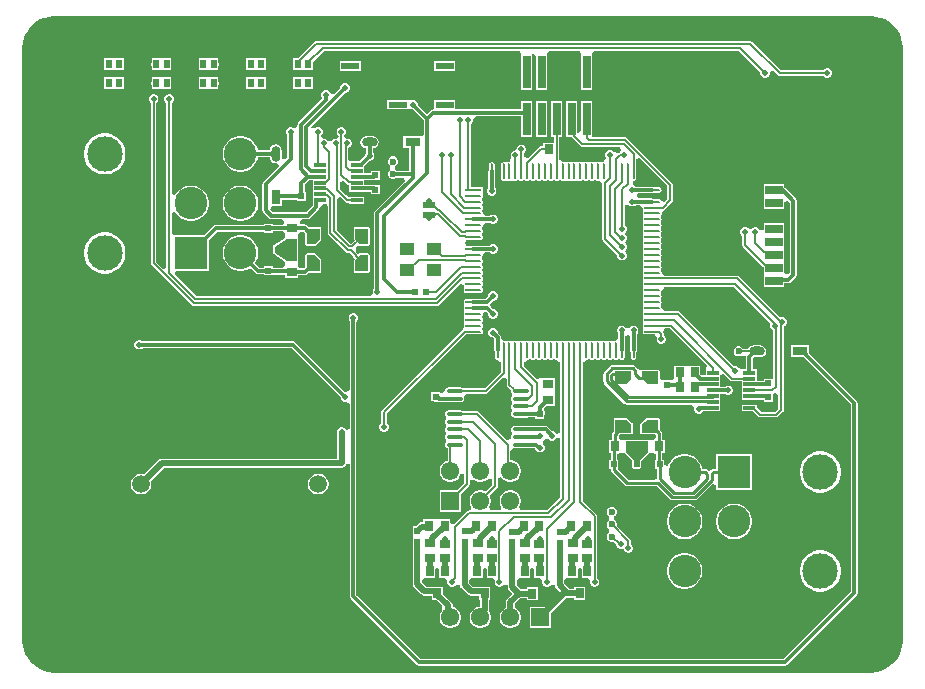
<source format=gtl>
G04*
G04 #@! TF.GenerationSoftware,Altium Limited,Altium Designer,24.2.2 (26)*
G04*
G04 Layer_Physical_Order=1*
G04 Layer_Color=255*
%FSLAX44Y44*%
%MOMM*%
G71*
G04*
G04 #@! TF.SameCoordinates,E4E63788-C9BD-4034-8D98-A8616A57BAF2*
G04*
G04*
G04 #@! TF.FilePolarity,Positive*
G04*
G01*
G75*
%ADD14C,0.5000*%
%ADD15C,0.2000*%
%ADD17C,0.2540*%
%ADD21R,1.3082X0.7621*%
G04:AMPARAMS|DCode=22|XSize=1.3082mm|YSize=0.7621mm|CornerRadius=0.3811mm|HoleSize=0mm|Usage=FLASHONLY|Rotation=180.000|XOffset=0mm|YOffset=0mm|HoleType=Round|Shape=RoundedRectangle|*
%AMROUNDEDRECTD22*
21,1,1.3082,0.0000,0,0,180.0*
21,1,0.5461,0.7621,0,0,180.0*
1,1,0.7621,-0.2730,0.0000*
1,1,0.7621,0.2730,0.0000*
1,1,0.7621,0.2730,0.0000*
1,1,0.7621,-0.2730,0.0000*
%
%ADD22ROUNDEDRECTD22*%
%ADD23R,0.7500X0.8500*%
%ADD24R,0.9779X0.3048*%
%ADD25R,0.8500X0.7000*%
%ADD26R,0.8500X0.7500*%
%ADD27R,0.7000X0.9000*%
%ADD28R,0.5500X0.5500*%
%ADD29R,0.5000X0.8000*%
%ADD30R,1.5000X0.5500*%
%ADD31R,1.5000X0.8000*%
%ADD32R,2.0000X1.4500*%
%ADD33R,0.5500X0.5500*%
%ADD34O,1.4000X0.3500*%
%ADD35R,0.9500X0.8000*%
%ADD36R,0.5200X0.5200*%
%ADD37R,0.5200X0.5200*%
G04:AMPARAMS|DCode=38|XSize=1.3082mm|YSize=0.7621mm|CornerRadius=0.3811mm|HoleSize=0mm|Usage=FLASHONLY|Rotation=90.000|XOffset=0mm|YOffset=0mm|HoleType=Round|Shape=RoundedRectangle|*
%AMROUNDEDRECTD38*
21,1,1.3082,0.0000,0,0,90.0*
21,1,0.5461,0.7621,0,0,90.0*
1,1,0.7621,0.0000,0.2730*
1,1,0.7621,0.0000,-0.2730*
1,1,0.7621,0.0000,-0.2730*
1,1,0.7621,0.0000,0.2730*
%
%ADD38ROUNDEDRECTD38*%
%ADD39R,0.7621X1.3082*%
%ADD40R,0.8621X0.7565*%
G04:AMPARAMS|DCode=41|XSize=0.2125mm|YSize=1.3552mm|CornerRadius=0.1062mm|HoleSize=0mm|Usage=FLASHONLY|Rotation=0.000|XOffset=0mm|YOffset=0mm|HoleType=Round|Shape=RoundedRectangle|*
%AMROUNDEDRECTD41*
21,1,0.2125,1.1428,0,0,0.0*
21,1,0.0000,1.3552,0,0,0.0*
1,1,0.2125,0.0000,-0.5714*
1,1,0.2125,0.0000,-0.5714*
1,1,0.2125,0.0000,0.5714*
1,1,0.2125,0.0000,0.5714*
%
%ADD41ROUNDEDRECTD41*%
G04:AMPARAMS|DCode=42|XSize=1.3552mm|YSize=0.2125mm|CornerRadius=0.1062mm|HoleSize=0mm|Usage=FLASHONLY|Rotation=0.000|XOffset=0mm|YOffset=0mm|HoleType=Round|Shape=RoundedRectangle|*
%AMROUNDEDRECTD42*
21,1,1.3552,0.0000,0,0,0.0*
21,1,1.1428,0.2125,0,0,0.0*
1,1,0.2125,0.5714,0.0000*
1,1,0.2125,-0.5714,0.0000*
1,1,0.2125,-0.5714,0.0000*
1,1,0.2125,0.5714,0.0000*
%
%ADD42ROUNDEDRECTD42*%
%ADD43R,1.3552X0.2125*%
%ADD44C,0.9698*%
%ADD45C,0.9900*%
%ADD46R,1.3000X1.0500*%
%ADD47R,1.1400X0.5750*%
%ADD48R,0.7565X0.8621*%
%ADD49R,0.7000X0.8500*%
%ADD67C,3.0000*%
%ADD68R,2.7500X2.7500*%
%ADD69C,2.7500*%
%ADD72C,0.6000*%
%ADD73C,0.3000*%
%ADD74R,1.5500X1.5500*%
%ADD75C,1.5500*%
%ADD76C,1.5080*%
%ADD77R,0.6500X2.7700*%
%ADD78C,0.5000*%
%ADD79C,4.0000*%
G36*
X720000Y547961D02*
X721833Y547961D01*
X725467Y547482D01*
X729007Y546534D01*
X732393Y545131D01*
X735568Y543298D01*
X738475Y541067D01*
X741067Y538475D01*
X743298Y535568D01*
X745131Y532393D01*
X746534Y529007D01*
X747483Y525467D01*
X747961Y521833D01*
X747961Y520000D01*
X747961Y20000D01*
Y18167D01*
X747483Y14533D01*
X746534Y10993D01*
X745131Y7606D01*
X743298Y4432D01*
X741067Y1525D01*
X738475Y-1067D01*
X735567Y-3299D01*
X732393Y-5131D01*
X729007Y-6534D01*
X725467Y-7483D01*
X721833Y-7961D01*
X720000Y-7961D01*
X30000Y-7961D01*
X28167D01*
X24533Y-7483D01*
X20993Y-6534D01*
X17607Y-5131D01*
X14432Y-3299D01*
X11524Y-1067D01*
X8933Y1524D01*
X6701Y4433D01*
X4869Y7607D01*
X3466Y10993D01*
X2517Y14533D01*
X2039Y18167D01*
X2039Y20000D01*
X2039Y520000D01*
X2039Y521833D01*
X2517Y525467D01*
X3466Y529007D01*
X4869Y532393D01*
X6701Y535568D01*
X8933Y538475D01*
X11524Y541067D01*
X14432Y543299D01*
X17607Y545131D01*
X20993Y546534D01*
X24533Y547482D01*
X28167Y547961D01*
X30000Y547961D01*
X720000Y547961D01*
D02*
G37*
%LPC*%
G36*
X160000Y512520D02*
X157730Y512520D01*
X151730D01*
Y508601D01*
X151500Y508046D01*
Y506454D01*
X151730Y505899D01*
Y501980D01*
X160000Y501980D01*
X162270Y501980D01*
X168270D01*
Y505899D01*
X168500Y506454D01*
Y508046D01*
X168270Y508601D01*
Y512520D01*
X160000Y512520D01*
D02*
G37*
G36*
X200000Y512520D02*
X197730Y512520D01*
X191730D01*
Y508601D01*
X191500Y508046D01*
Y506454D01*
X191730Y505899D01*
Y501980D01*
X200000Y501980D01*
X202270Y501980D01*
X208270D01*
Y505899D01*
X208500Y506454D01*
Y508046D01*
X208270Y508601D01*
Y512520D01*
X200000Y512520D01*
D02*
G37*
G36*
X120000D02*
X117730Y512520D01*
X111730D01*
Y508601D01*
X111500Y508046D01*
Y506454D01*
X111730Y505899D01*
Y501980D01*
X120000Y501980D01*
X122270Y501980D01*
X128270D01*
Y505899D01*
X128500Y506454D01*
Y508046D01*
X128270Y508601D01*
Y512520D01*
X120000Y512520D01*
D02*
G37*
G36*
X80000Y512520D02*
X77730Y512520D01*
X71730D01*
Y508601D01*
X71500Y508046D01*
Y506454D01*
X71730Y505899D01*
Y501980D01*
X80000Y501980D01*
X82270Y501980D01*
X88270D01*
Y505899D01*
X88500Y506454D01*
Y508046D01*
X88270Y508601D01*
Y512520D01*
X80000Y512520D01*
D02*
G37*
G36*
X368770Y509520D02*
X351230D01*
Y501480D01*
X368770D01*
Y509520D01*
D02*
G37*
G36*
X288770D02*
X271230D01*
Y501480D01*
X288770D01*
Y509520D01*
D02*
G37*
G36*
X618750Y526564D02*
X251000D01*
X250114Y526388D01*
X249363Y525887D01*
X235997Y512520D01*
X231730D01*
Y501980D01*
X237730D01*
X239270Y501980D01*
Y501980D01*
X240730D01*
Y501980D01*
X248270D01*
Y509247D01*
X257459Y518436D01*
X423711D01*
X424880Y515920D01*
X424880Y515435D01*
Y485680D01*
X433920D01*
Y515435D01*
X433920Y515920D01*
X434096Y516298D01*
X434937D01*
X437580Y513371D01*
Y485680D01*
X446620D01*
Y515435D01*
X446620Y515920D01*
X447789Y518436D01*
X474510D01*
X475680Y515920D01*
X475680Y515435D01*
Y485680D01*
X484720D01*
Y515435D01*
X484720Y515920D01*
X485890Y518436D01*
X609141D01*
X627250Y500327D01*
Y498804D01*
X627859Y497334D01*
X628984Y496209D01*
X630454Y495600D01*
X632046D01*
X633516Y496209D01*
X634641Y497334D01*
X635250Y498804D01*
Y500234D01*
X635696Y500634D01*
X637907Y501819D01*
X641763Y497963D01*
X642514Y497462D01*
X643400Y497285D01*
X680408D01*
X681484Y496209D01*
X682954Y495600D01*
X684546D01*
X686016Y496209D01*
X687141Y497334D01*
X687750Y498804D01*
Y500396D01*
X687141Y501866D01*
X686016Y502991D01*
X684546Y503600D01*
X682954D01*
X681484Y502991D01*
X680408Y501914D01*
X644359D01*
X620387Y525887D01*
X619636Y526388D01*
X618750Y526564D01*
D02*
G37*
G36*
X160000Y496520D02*
X157730Y496520D01*
X151730D01*
Y492601D01*
X151500Y492046D01*
Y490454D01*
X151730Y489899D01*
Y485980D01*
X160000Y485980D01*
X162270Y485980D01*
X168270D01*
Y489899D01*
X168500Y490454D01*
Y492046D01*
X168270Y492601D01*
Y496520D01*
X160000Y496520D01*
D02*
G37*
G36*
X240000Y496520D02*
X237730Y496520D01*
X231730D01*
Y492601D01*
X231500Y492046D01*
Y490454D01*
X231730Y489899D01*
Y485980D01*
X240000Y485980D01*
X242270Y485980D01*
X248270D01*
Y489899D01*
X248500Y490454D01*
Y492046D01*
X248270Y492601D01*
Y496520D01*
X240000Y496520D01*
D02*
G37*
G36*
X200000D02*
X197730Y496520D01*
X191730D01*
Y492601D01*
X191500Y492046D01*
Y490454D01*
X191730Y489899D01*
Y485980D01*
X200000Y485980D01*
X202270Y485980D01*
X208270D01*
Y489899D01*
X208500Y490454D01*
Y492046D01*
X208270Y492601D01*
Y496520D01*
X200000Y496520D01*
D02*
G37*
G36*
X120000D02*
X117730Y496520D01*
X111730D01*
Y492601D01*
X111500Y492046D01*
Y490454D01*
X111730Y489899D01*
Y485980D01*
X120000Y485980D01*
X122270Y485980D01*
X128270D01*
Y489899D01*
X128500Y490454D01*
Y492046D01*
X128270Y492601D01*
Y496520D01*
X120000Y496520D01*
D02*
G37*
G36*
X80000Y496520D02*
X77730Y496520D01*
X71730D01*
Y492601D01*
X71500Y492046D01*
Y490454D01*
X71730Y489899D01*
Y485980D01*
X80000Y485980D01*
X82270Y485980D01*
X88270D01*
Y489899D01*
X88500Y490454D01*
Y492046D01*
X88270Y492601D01*
Y496520D01*
X80000Y496520D01*
D02*
G37*
G36*
X276296Y491000D02*
X274704D01*
X273234Y490391D01*
X272109Y489266D01*
X271500Y487796D01*
Y486994D01*
X266250Y481744D01*
X265343Y481760D01*
X262901Y482638D01*
X262641Y483266D01*
X261516Y484391D01*
X260046Y485000D01*
X258454D01*
X256984Y484391D01*
X255859Y483266D01*
X255250Y481796D01*
Y480204D01*
X255859Y478734D01*
X256425Y478169D01*
X236003Y457747D01*
X235391Y456831D01*
X235176Y455750D01*
X235176Y455750D01*
Y453993D01*
X232176Y452981D01*
X231766Y453391D01*
X230296Y454000D01*
X228704D01*
X227234Y453391D01*
X226109Y452266D01*
X225500Y450796D01*
Y449204D01*
X226109Y447734D01*
X226676Y447167D01*
Y428170D01*
X224483Y425978D01*
X221719Y427455D01*
X221930Y428520D01*
Y433980D01*
X221536Y435963D01*
X220413Y437643D01*
X218732Y438766D01*
X216750Y439161D01*
X214768Y438766D01*
X213087Y437643D01*
X211964Y435963D01*
X211588Y434074D01*
X201752D01*
X201443Y435631D01*
X200310Y438365D01*
X198667Y440825D01*
X196575Y442917D01*
X194115Y444561D01*
X191381Y445693D01*
X188479Y446270D01*
X185521D01*
X182619Y445693D01*
X179885Y444561D01*
X177425Y442917D01*
X175333Y440825D01*
X173689Y438365D01*
X172557Y435631D01*
X171980Y432729D01*
Y429771D01*
X172557Y426869D01*
X173689Y424135D01*
X175333Y421675D01*
X177425Y419583D01*
X179885Y417939D01*
X182619Y416807D01*
X185521Y416230D01*
X188479D01*
X191381Y416807D01*
X194115Y417939D01*
X196575Y419583D01*
X198667Y421675D01*
X200310Y424135D01*
X201443Y426869D01*
X201752Y428426D01*
X211588D01*
X211964Y426537D01*
X213087Y424857D01*
X214768Y423734D01*
X216750Y423339D01*
X217814Y423551D01*
X219292Y420786D01*
X206253Y407747D01*
X205641Y406831D01*
X205426Y405750D01*
X205426Y405750D01*
Y383750D01*
X205426Y383750D01*
X205641Y382669D01*
X206253Y381753D01*
X211253Y376753D01*
X211253Y376753D01*
X212169Y376141D01*
X213250Y375926D01*
X222158D01*
X224158Y373455D01*
X224001Y372847D01*
X222515Y371246D01*
X214270D01*
Y372038D01*
X206530D01*
Y370992D01*
X165918D01*
X165918Y370992D01*
X164837Y370777D01*
X163921Y370165D01*
X163921Y370165D01*
X156026Y362270D01*
X131959D01*
X129980Y362270D01*
X128959Y364847D01*
Y380946D01*
X130689Y381699D01*
X131959Y381732D01*
X133333Y379675D01*
X135425Y377583D01*
X137885Y375939D01*
X140619Y374807D01*
X143521Y374230D01*
X146479D01*
X149381Y374807D01*
X152115Y375939D01*
X154575Y377583D01*
X156667Y379675D01*
X158311Y382135D01*
X159443Y384869D01*
X160020Y387771D01*
Y390729D01*
X159443Y393631D01*
X158311Y396365D01*
X156667Y398825D01*
X154575Y400917D01*
X152115Y402561D01*
X149381Y403693D01*
X146479Y404270D01*
X143521D01*
X140619Y403693D01*
X137885Y402561D01*
X135425Y400917D01*
X133333Y398825D01*
X131959Y396768D01*
X130689Y396800D01*
X128959Y397554D01*
Y474408D01*
X130036Y475484D01*
X130645Y476954D01*
Y478546D01*
X130036Y480016D01*
X128910Y481141D01*
X127440Y481750D01*
X125849D01*
X124379Y481141D01*
X123253Y480016D01*
X122645Y478546D01*
Y476954D01*
X123253Y475484D01*
X124330Y474408D01*
Y334863D01*
X121558Y333715D01*
X115709Y339564D01*
Y474408D01*
X116786Y475484D01*
X117395Y476954D01*
Y478546D01*
X116786Y480016D01*
X115660Y481141D01*
X114190Y481750D01*
X112599D01*
X111129Y481141D01*
X110003Y480016D01*
X109395Y478546D01*
Y476954D01*
X110003Y475484D01*
X111080Y474408D01*
Y338605D01*
X111256Y337720D01*
X111758Y336969D01*
X145613Y303113D01*
X146364Y302612D01*
X147250Y302435D01*
X353750D01*
X354636Y302612D01*
X355387Y303113D01*
X373068Y320795D01*
X373165Y320794D01*
X375994Y319869D01*
X376089Y319778D01*
X376200Y318250D01*
X376084Y316660D01*
X375903Y315750D01*
X376084Y314840D01*
X376600Y314068D01*
X377371Y313553D01*
X378281Y313372D01*
X389709D01*
X390619Y313553D01*
X391390Y314068D01*
X391906Y314840D01*
X392087Y315750D01*
X391906Y316660D01*
X391790Y318250D01*
X391906Y319840D01*
X392087Y320750D01*
X391906Y321660D01*
X391790Y323250D01*
X391906Y324840D01*
X392087Y325750D01*
X391906Y326660D01*
X391390Y327431D01*
Y329068D01*
X391906Y329840D01*
X392087Y330750D01*
X391906Y331660D01*
X391390Y332431D01*
Y334068D01*
X391906Y334840D01*
X392087Y335750D01*
X391906Y336660D01*
X391390Y337431D01*
Y339068D01*
X391906Y339840D01*
X392087Y340750D01*
X391906Y341660D01*
X391390Y342431D01*
Y344068D01*
X391707Y344542D01*
X391906Y344840D01*
X391906Y344840D01*
X392087Y345750D01*
X394300Y347837D01*
X394480Y347926D01*
X397938D01*
X398504Y347359D01*
X399974Y346750D01*
X401566D01*
X403036Y347359D01*
X404161Y348484D01*
X404770Y349954D01*
Y351545D01*
X404161Y353016D01*
X403036Y354141D01*
X401566Y354750D01*
X399974D01*
X398504Y354141D01*
X397938Y353574D01*
X383995D01*
X382914Y353359D01*
X382568Y353128D01*
X378281D01*
X377815Y353511D01*
Y357989D01*
X378281Y358372D01*
X389709D01*
X390619Y358553D01*
X391390Y359068D01*
X391906Y359840D01*
X392087Y360750D01*
X391906Y361660D01*
X391390Y362431D01*
Y364068D01*
X391906Y364840D01*
X392087Y365750D01*
X391906Y366660D01*
X391390Y367431D01*
Y369068D01*
X391707Y369542D01*
X391906Y369840D01*
X391906Y369840D01*
X392087Y370750D01*
X394300Y372837D01*
X394480Y372926D01*
X397938D01*
X398504Y372359D01*
X399974Y371750D01*
X401566D01*
X403036Y372359D01*
X404161Y373484D01*
X404770Y374954D01*
Y376545D01*
X404161Y378016D01*
X403036Y379141D01*
X401566Y379750D01*
X399974D01*
X398504Y379141D01*
X397938Y378574D01*
X394480D01*
X394300Y378663D01*
X392087Y380750D01*
X391906Y381660D01*
X391390Y382431D01*
Y384068D01*
X391906Y384840D01*
X392087Y385750D01*
X391906Y386660D01*
X391390Y387431D01*
Y389068D01*
X391906Y389840D01*
X392087Y390750D01*
X391906Y391660D01*
X391390Y392431D01*
Y394068D01*
X391906Y394840D01*
X392087Y395750D01*
X392041Y398418D01*
X392041Y398418D01*
Y403082D01*
X382314D01*
Y456658D01*
X383391Y457734D01*
X384000Y459204D01*
Y460796D01*
X386261Y463176D01*
X424880D01*
Y445380D01*
X433920D01*
Y475620D01*
X424880D01*
Y468824D01*
X371706D01*
X368770Y468980D01*
X368770Y471824D01*
Y477020D01*
X351230D01*
Y471405D01*
X350470Y469810D01*
X348919Y468609D01*
X348552Y468364D01*
X348552Y468364D01*
X348502Y468331D01*
X348003Y467997D01*
X348003Y467997D01*
X345000Y464994D01*
X337000Y472994D01*
Y473796D01*
X336391Y475266D01*
X335266Y476391D01*
X333796Y477000D01*
X332204D01*
X331770Y476820D01*
X328770Y477020D01*
X327443Y477020D01*
X311230D01*
Y468980D01*
X327336D01*
X328770Y468980D01*
X331770Y469180D01*
X332204Y469000D01*
X333006D01*
X342176Y459830D01*
Y448412D01*
X340561Y446081D01*
X324939D01*
Y435919D01*
X329926D01*
Y416824D01*
X319214D01*
X318419Y417620D01*
X318101Y417751D01*
Y420999D01*
X318419Y421130D01*
X319620Y422331D01*
X320270Y423901D01*
Y425599D01*
X319620Y427169D01*
X318419Y428370D01*
X316849Y429020D01*
X315151D01*
X313581Y428370D01*
X312380Y427169D01*
X311730Y425599D01*
Y423901D01*
X312380Y422331D01*
X313581Y421130D01*
X313899Y420999D01*
Y417751D01*
X313581Y417620D01*
X312380Y416419D01*
X311730Y414849D01*
Y413151D01*
X312380Y411581D01*
X313581Y410380D01*
X315151Y409730D01*
X316849D01*
X318419Y410380D01*
X319214Y411176D01*
X325262D01*
X326410Y408404D01*
X301003Y382997D01*
X300391Y382081D01*
X300176Y381000D01*
X300176Y381000D01*
Y317448D01*
X299609Y316881D01*
X299000Y315411D01*
Y313819D01*
X296974Y311064D01*
X149459D01*
X131293Y329230D01*
X132536Y332230D01*
X160020D01*
Y358276D01*
X167088Y365344D01*
X206530D01*
Y364298D01*
X214270D01*
Y365598D01*
X222601D01*
X224819Y363624D01*
Y360712D01*
X224819Y360624D01*
Y360248D01*
X215477Y354038D01*
X214780D01*
X214675Y352768D01*
X214675Y351081D01*
X214675Y347568D01*
X214780Y346298D01*
X215463D01*
X224819Y339612D01*
Y339212D01*
X224819Y339124D01*
Y336212D01*
X222497Y334488D01*
X214520D01*
Y336038D01*
X206780D01*
Y334992D01*
X203252D01*
X199429Y338815D01*
X200310Y340135D01*
X201443Y342869D01*
X202020Y345771D01*
Y348729D01*
X201443Y351631D01*
X200310Y354365D01*
X198667Y356825D01*
X196575Y358917D01*
X194115Y360560D01*
X191381Y361693D01*
X188479Y362270D01*
X185521D01*
X182619Y361693D01*
X179885Y360560D01*
X177425Y358917D01*
X175333Y356825D01*
X173689Y354365D01*
X172557Y351631D01*
X171980Y348729D01*
Y345771D01*
X172557Y342869D01*
X173689Y340135D01*
X175333Y337675D01*
X177425Y335583D01*
X179885Y333940D01*
X182619Y332807D01*
X185521Y332230D01*
X188479D01*
X191381Y332807D01*
X194115Y333940D01*
X195434Y334821D01*
X200085Y330171D01*
X200085Y330171D01*
X201001Y329558D01*
X202082Y329343D01*
X206780D01*
Y328298D01*
X214520D01*
Y328839D01*
X224819D01*
Y326107D01*
X235981D01*
Y328335D01*
X241626D01*
X241626Y328335D01*
X242707Y328550D01*
X243624Y329162D01*
X245087Y330625D01*
X254150D01*
X255122Y331028D01*
X255525Y332000D01*
Y340500D01*
X255350Y340921D01*
X255223Y341359D01*
X251223Y346359D01*
X251153Y346398D01*
X251122Y346472D01*
X250701Y346646D01*
X250302Y346866D01*
X250224Y346844D01*
X250150Y346875D01*
X243150D01*
X242178Y346472D01*
X241775Y345500D01*
Y335302D01*
X240863Y334390D01*
X237641Y334430D01*
X235981Y336212D01*
Y339124D01*
X235981Y339212D01*
Y340141D01*
X236085Y340394D01*
Y359442D01*
X235981Y359694D01*
Y360624D01*
X235981Y360712D01*
Y363624D01*
X237362Y365107D01*
X240754Y365152D01*
X241775Y364130D01*
Y354500D01*
X242178Y353528D01*
X243150Y353125D01*
X250150D01*
X250224Y353156D01*
X250302Y353134D01*
X250701Y353354D01*
X251122Y353528D01*
X251153Y353602D01*
X251223Y353641D01*
X255223Y358641D01*
X255350Y359079D01*
X255525Y359500D01*
Y368000D01*
X255122Y368972D01*
X254150Y369375D01*
X244520D01*
X243221Y370673D01*
X242304Y371286D01*
X241224Y371501D01*
X241223Y371501D01*
X238102D01*
X237528Y372074D01*
X237104Y373264D01*
X239110Y375926D01*
X244000D01*
X244000Y375926D01*
X245081Y376141D01*
X245997Y376753D01*
X253077Y383833D01*
X253077Y383833D01*
X253689Y384749D01*
X253904Y385830D01*
Y386458D01*
X256892Y389161D01*
X260629D01*
X260686Y386185D01*
Y364309D01*
X260862Y363423D01*
X261363Y362672D01*
X276061Y347975D01*
X276811Y347473D01*
X277697Y347297D01*
X279750D01*
X282109Y344938D01*
Y344469D01*
X282285Y343583D01*
X282787Y342832D01*
X283603Y342016D01*
X283077Y341359D01*
X282950Y340921D01*
X282775Y340500D01*
Y332000D01*
X283178Y331028D01*
X284150Y330625D01*
X295150D01*
X296122Y331028D01*
X296525Y332000D01*
Y345500D01*
X296122Y346472D01*
X295150Y346875D01*
X288150D01*
X287999Y346866D01*
X287998Y346866D01*
X286842Y346799D01*
X285190Y348403D01*
X284781Y348812D01*
X284579Y351125D01*
X284841Y351945D01*
X286610Y352848D01*
X287761Y353264D01*
X287998Y353134D01*
X288076Y353156D01*
X288150Y353125D01*
X295150D01*
X296122Y353528D01*
X296525Y354500D01*
Y368000D01*
X296122Y368972D01*
X295150Y369375D01*
X284150D01*
X283178Y368972D01*
X282775Y368000D01*
Y359500D01*
X282950Y359079D01*
X283077Y358641D01*
X283603Y357983D01*
X280816Y355196D01*
X280010D01*
X268584Y366622D01*
Y393400D01*
X271584Y394642D01*
X275908Y390318D01*
X276659Y389817D01*
X277545Y389641D01*
X279171D01*
Y389161D01*
X291490D01*
Y394749D01*
X279171D01*
X276714Y396059D01*
X271315Y401459D01*
Y407493D01*
X274086Y408641D01*
X277221Y405506D01*
X277972Y405004D01*
X278858Y404828D01*
X279171D01*
Y399164D01*
X285082D01*
X285354Y399109D01*
X297380D01*
Y397130D01*
X300140D01*
X300454Y397000D01*
X302046D01*
X302360Y397130D01*
X305120D01*
Y399891D01*
X305250Y400204D01*
Y401796D01*
X305120Y402109D01*
Y404870D01*
X302360D01*
X302046Y405000D01*
X300454D01*
X300140Y404870D01*
X297380D01*
Y404758D01*
X291490D01*
Y409160D01*
X297380D01*
Y409130D01*
X300140D01*
X300454Y409000D01*
X302046D01*
X302360Y409130D01*
X305120D01*
Y411890D01*
X305250Y412204D01*
Y413796D01*
X305120Y414109D01*
Y416870D01*
X302360D01*
X302046Y417000D01*
X300454D01*
X300140Y416870D01*
X297380D01*
Y414808D01*
X291490D01*
Y420762D01*
X296244Y425517D01*
X297046D01*
X298516Y426126D01*
X299641Y427251D01*
X300250Y428721D01*
Y430312D01*
X299641Y431782D01*
X299074Y432349D01*
Y435839D01*
X300963Y436214D01*
X302643Y437337D01*
X303766Y439018D01*
X304161Y441000D01*
X303766Y442982D01*
X302643Y444663D01*
X300963Y445786D01*
X298980Y446180D01*
X293520D01*
X291537Y445786D01*
X289857Y444663D01*
X288734Y442982D01*
X288339Y441000D01*
X288734Y439018D01*
X289857Y437337D01*
X291537Y436214D01*
X293426Y435839D01*
Y432349D01*
X292859Y431782D01*
X292250Y430312D01*
Y429511D01*
X287526Y424787D01*
X285331D01*
X285178Y424757D01*
X279171D01*
X278314Y427402D01*
Y436008D01*
X279766Y436609D01*
X280891Y437734D01*
X281500Y439204D01*
Y440796D01*
X280891Y442266D01*
X279766Y443391D01*
X278296Y444000D01*
X276704D01*
X274814Y446464D01*
Y446658D01*
X275891Y447734D01*
X276500Y449204D01*
Y450796D01*
X275891Y452266D01*
X274766Y453391D01*
X273296Y454000D01*
X271704D01*
X270234Y453391D01*
X269109Y452266D01*
X268500Y450796D01*
Y449204D01*
X269109Y447734D01*
X270186Y446658D01*
Y446464D01*
X268296Y444000D01*
X266704D01*
X265234Y443391D01*
X264109Y442266D01*
X260891D01*
X259766Y443391D01*
X258296Y444000D01*
X256704D01*
X254814Y446464D01*
Y446658D01*
X255891Y447734D01*
X256500Y449204D01*
Y450796D01*
X255891Y452266D01*
X254766Y453391D01*
X253296Y454000D01*
X251704D01*
X250234Y453391D01*
X249886Y453043D01*
X246955Y453386D01*
X246531Y453607D01*
X246423Y453929D01*
X275494Y483000D01*
X276296D01*
X277766Y483609D01*
X278891Y484734D01*
X279500Y486204D01*
Y487796D01*
X278891Y489266D01*
X277766Y490391D01*
X276296Y491000D01*
D02*
G37*
G36*
X484720Y475620D02*
X475680D01*
Y450778D01*
X472680Y449174D01*
X472065Y449585D01*
Y458250D01*
X472020Y458474D01*
Y475620D01*
X462980D01*
Y445380D01*
X467609D01*
X467612Y445364D01*
X468113Y444613D01*
X474613Y438113D01*
X475364Y437612D01*
X476250Y437435D01*
X507949D01*
X508684Y436453D01*
X509448Y434406D01*
X508202Y432394D01*
X507475Y432249D01*
X506724Y431748D01*
X506537Y431560D01*
X506494Y431552D01*
X503173Y432439D01*
X503141Y432516D01*
X502016Y433641D01*
X500546Y434250D01*
X498954D01*
X497484Y433641D01*
X496359Y432516D01*
X495750Y431046D01*
Y429454D01*
X496359Y427984D01*
X495185Y424915D01*
X494750Y424596D01*
X493840Y424416D01*
X492250Y424300D01*
X490660Y424416D01*
X489750Y424596D01*
X488840Y424416D01*
X487250Y424300D01*
X485660Y424416D01*
X484750Y424596D01*
X483840Y424416D01*
X482250Y424300D01*
X480660Y424416D01*
X479750Y424596D01*
X478840Y424416D01*
X477250Y424300D01*
X475660Y424416D01*
X474750Y424596D01*
X473840Y424416D01*
X472250Y424300D01*
X470660Y424416D01*
X469750Y424596D01*
X468840Y424416D01*
X467250Y424300D01*
X465660Y424416D01*
X464750Y424596D01*
X463840Y424416D01*
X462250Y424300D01*
X460660Y424416D01*
X460058Y424535D01*
X459750Y424597D01*
X457499Y426244D01*
X457065Y426837D01*
Y445380D01*
X459320D01*
Y475620D01*
X450280D01*
Y445380D01*
X452435D01*
Y440770D01*
X443280D01*
Y437814D01*
X441500D01*
X440614Y437638D01*
X439863Y437136D01*
X430065Y427338D01*
X427065Y428580D01*
Y431658D01*
X428141Y432734D01*
X428750Y434204D01*
Y435796D01*
X428141Y437266D01*
X427016Y438391D01*
X425546Y439000D01*
X423954D01*
X422484Y438391D01*
X421359Y437266D01*
X420750Y435796D01*
X420566Y434184D01*
X418954Y434000D01*
X417484Y433391D01*
X416359Y432266D01*
X415750Y430796D01*
Y429204D01*
X416359Y427734D01*
X415048Y424815D01*
X414750Y424597D01*
X414442Y424535D01*
X413840Y424416D01*
X412250Y424300D01*
X410660Y424416D01*
X409750Y424596D01*
X408840Y424416D01*
X408069Y423900D01*
X407553Y423129D01*
X407372Y422219D01*
Y410791D01*
X407553Y409881D01*
X408069Y409109D01*
X408840Y408594D01*
X409750Y408413D01*
X410660Y408594D01*
X412250Y408710D01*
X413840Y408594D01*
X414750Y408413D01*
X415660Y408594D01*
X417250Y408710D01*
X418840Y408594D01*
X419750Y408413D01*
X420660Y408594D01*
X421432Y409109D01*
X423069D01*
X423840Y408594D01*
X424750Y408413D01*
X425660Y408594D01*
X427250Y408710D01*
X428840Y408594D01*
X429750Y408413D01*
X430660Y408594D01*
X431432Y409109D01*
X433069D01*
X433840Y408594D01*
X434750Y408413D01*
X435660Y408594D01*
X437250Y408710D01*
X438840Y408594D01*
X439750Y408413D01*
X440660Y408594D01*
X442250Y408710D01*
X443840Y408594D01*
X444750Y408413D01*
X445660Y408594D01*
X447250Y408710D01*
X448840Y408594D01*
X449750Y408413D01*
X450660Y408594D01*
X452250Y408710D01*
X453840Y408594D01*
X454750Y408413D01*
X455660Y408594D01*
X457250Y408710D01*
X458840Y408594D01*
X459750Y408413D01*
X460660Y408594D01*
X462250Y408710D01*
X463840Y408594D01*
X464750Y408413D01*
X465660Y408594D01*
X467250Y408710D01*
X468840Y408594D01*
X469750Y408413D01*
X470660Y408594D01*
X472250Y408710D01*
X473840Y408594D01*
X474750Y408413D01*
X475660Y408594D01*
X477250Y408710D01*
X478840Y408594D01*
X479750Y408413D01*
X480660Y408594D01*
X482250Y408710D01*
X483840Y408594D01*
X484750Y408413D01*
X485660Y408594D01*
X487250Y408710D01*
X488840Y408594D01*
X489750Y408413D01*
X490660Y408594D01*
X491156Y408630D01*
X491515Y408340D01*
X493436Y406561D01*
Y359250D01*
X493612Y358364D01*
X494113Y357613D01*
X506000Y345727D01*
Y344204D01*
X506609Y342734D01*
X507734Y341609D01*
X509204Y341000D01*
X510796D01*
X512266Y341609D01*
X513391Y342734D01*
X514000Y344204D01*
Y345796D01*
X513391Y347266D01*
X512485Y348750D01*
X513391Y350234D01*
X514000Y351704D01*
Y353296D01*
X513391Y354766D01*
X512485Y356250D01*
X513391Y357734D01*
X514000Y359204D01*
Y360796D01*
X513391Y362266D01*
X512485Y363750D01*
X513391Y365234D01*
X514000Y366704D01*
Y368296D01*
X513391Y369766D01*
X512314Y370842D01*
Y387947D01*
X515314Y388543D01*
X515339Y388484D01*
X516464Y387359D01*
X517934Y386750D01*
X519526D01*
X520996Y387359D01*
X521563Y387926D01*
X525020D01*
X525200Y387837D01*
X527413Y385750D01*
X527594Y384840D01*
X527710Y383250D01*
X527594Y381660D01*
X527413Y380750D01*
X527594Y379840D01*
X527710Y378250D01*
X527594Y376660D01*
X527413Y375750D01*
X527594Y374840D01*
X527710Y373250D01*
X527594Y371660D01*
X527413Y370750D01*
X527594Y369840D01*
X527710Y368250D01*
X527594Y366660D01*
X527413Y365750D01*
X527594Y364840D01*
X527710Y363250D01*
X527594Y361660D01*
X527413Y360750D01*
X527594Y359840D01*
X527710Y358250D01*
X527594Y356660D01*
X527413Y355750D01*
X527594Y354840D01*
X527710Y353250D01*
X527594Y351660D01*
X527413Y350750D01*
X527594Y349840D01*
X527710Y348250D01*
X527594Y346660D01*
X527413Y345750D01*
X527594Y344840D01*
X527710Y343250D01*
X527594Y341660D01*
X527413Y340750D01*
X527594Y339840D01*
X527710Y338250D01*
X527594Y336660D01*
X527413Y335750D01*
X527594Y334840D01*
X527710Y333250D01*
X527594Y331660D01*
X527413Y330750D01*
X527594Y329840D01*
X527710Y328250D01*
X527594Y326660D01*
X527413Y325750D01*
X527594Y324840D01*
X528110Y324068D01*
Y322431D01*
X527594Y321660D01*
X527413Y320750D01*
X527594Y319840D01*
X527710Y318250D01*
X527594Y316660D01*
X527413Y315750D01*
X527594Y314840D01*
X527710Y313250D01*
X527594Y311660D01*
X527413Y310750D01*
X527594Y309840D01*
X527710Y308250D01*
X527594Y306660D01*
X527413Y305750D01*
X527594Y304840D01*
X527710Y303250D01*
X527594Y301660D01*
X527413Y300750D01*
X527594Y299840D01*
X527710Y298250D01*
X527594Y296660D01*
X527413Y295750D01*
X527594Y294840D01*
X528110Y294068D01*
Y292431D01*
X527594Y291660D01*
X527413Y290750D01*
X527594Y289840D01*
X528110Y289068D01*
Y287431D01*
X527594Y286660D01*
X527413Y285750D01*
X527594Y284840D01*
X527710Y283250D01*
X527594Y281660D01*
X527413Y280750D01*
X527594Y279840D01*
X528110Y279068D01*
X528881Y278553D01*
X529791Y278372D01*
X537628D01*
X537927Y278123D01*
X539385Y275372D01*
X539250Y275046D01*
Y273454D01*
X539859Y271984D01*
X540984Y270859D01*
X542454Y270250D01*
X544046D01*
X545516Y270859D01*
X546641Y271984D01*
X547250Y273454D01*
Y275046D01*
X546641Y276516D01*
X545557Y277600D01*
Y278692D01*
X545380Y279578D01*
X544879Y280329D01*
X544772Y280435D01*
X546015Y283435D01*
X550541D01*
X582178Y251799D01*
X580935Y248799D01*
X580914D01*
Y243828D01*
X577166D01*
X576270Y244724D01*
Y251770D01*
X566770D01*
X566730Y251770D01*
X563770D01*
X563730Y251770D01*
X554230D01*
Y241708D01*
X552683Y239981D01*
X551731Y239520D01*
X544875D01*
X544230Y239520D01*
X541875Y241076D01*
Y247250D01*
X541472Y248222D01*
X540500Y248625D01*
X527000D01*
X526636Y248474D01*
X524964Y248591D01*
X523189Y249208D01*
X522972Y249532D01*
X520883Y251621D01*
X520043Y252183D01*
X519052Y252380D01*
X501652D01*
X500661Y252183D01*
X499821Y251621D01*
X495089Y246889D01*
X494527Y246049D01*
X494330Y245058D01*
Y238503D01*
X494527Y237511D01*
X495089Y236671D01*
X511997Y219763D01*
X512837Y219202D01*
X513828Y219004D01*
X569329D01*
X569500Y218874D01*
X571087Y216004D01*
X571000Y215796D01*
Y214204D01*
X571609Y212734D01*
X572734Y211609D01*
X574204Y211000D01*
X575796D01*
X577266Y211609D01*
X578391Y212734D01*
X578573Y213173D01*
X587074D01*
X587226Y213203D01*
X593233D01*
Y218204D01*
Y228177D01*
X597167D01*
X597734Y227610D01*
X599204Y227001D01*
X600796D01*
X602266Y227610D01*
X603391Y228735D01*
X604000Y230205D01*
Y231797D01*
X603391Y233267D01*
X602266Y234392D01*
X600796Y235001D01*
X599204D01*
X597734Y234392D01*
X597167Y233825D01*
X593233D01*
Y244074D01*
X596005Y245222D01*
X601860Y239367D01*
X602611Y238865D01*
X603496Y238689D01*
X611775D01*
Y233208D01*
Y223206D01*
X617686D01*
X617959Y223151D01*
X629880D01*
Y221130D01*
X632640D01*
X632954Y221000D01*
X634546D01*
X634860Y221130D01*
X637620D01*
Y223890D01*
X637750Y224204D01*
Y225796D01*
X637699Y225918D01*
X637934Y227495D01*
X639436Y228422D01*
X642436Y226748D01*
Y215459D01*
X639791Y212815D01*
X627756D01*
X624094Y216476D01*
Y218791D01*
X611775D01*
Y213203D01*
X620821D01*
X625161Y208863D01*
X625912Y208362D01*
X626798Y208186D01*
X640750D01*
X641636Y208362D01*
X642387Y208863D01*
X646387Y212863D01*
X646888Y213614D01*
X647065Y214500D01*
Y285215D01*
X648016Y285609D01*
X649141Y286734D01*
X649750Y288204D01*
Y289796D01*
X649141Y291266D01*
X648016Y292391D01*
X646546Y293000D01*
X644954D01*
X644119Y292654D01*
X609387Y327386D01*
X608636Y327888D01*
X607750Y328064D01*
X545837D01*
X545244Y328499D01*
X543597Y330750D01*
X543535Y331058D01*
X543416Y331660D01*
X543300Y333250D01*
X543416Y334840D01*
X543597Y335750D01*
X543416Y336660D01*
X543300Y338250D01*
X543416Y339840D01*
X543597Y340750D01*
X543416Y341660D01*
X543300Y343250D01*
X543416Y344840D01*
X543597Y345750D01*
X543416Y346660D01*
X543300Y348250D01*
X543416Y349840D01*
X543597Y350750D01*
X543416Y351660D01*
X543300Y353250D01*
X543416Y354840D01*
X543597Y355750D01*
X543416Y356660D01*
X543300Y358250D01*
X543416Y359840D01*
X543597Y360750D01*
X543416Y361660D01*
X543300Y363250D01*
X543416Y364840D01*
X543597Y365750D01*
X543416Y366660D01*
X543300Y368250D01*
X543416Y369840D01*
X543597Y370750D01*
X543416Y371660D01*
X543300Y373250D01*
X543416Y374840D01*
X543597Y375750D01*
X543416Y376660D01*
X543300Y378250D01*
X543416Y379840D01*
X543535Y380442D01*
X543597Y380750D01*
X543597Y380750D01*
X543732Y381065D01*
X545266Y383287D01*
X545635Y383611D01*
X545636Y383611D01*
X545694Y383650D01*
X546386Y384113D01*
X552387Y390113D01*
X552888Y390864D01*
X553064Y391750D01*
Y405125D01*
X552888Y406010D01*
X552387Y406761D01*
X514491Y444657D01*
X513740Y445158D01*
X512854Y445335D01*
X487701D01*
X484720Y445380D01*
Y475620D01*
D02*
G37*
G36*
X446620D02*
X437580D01*
Y445380D01*
X446620D01*
Y475620D01*
D02*
G37*
G36*
X73724Y448750D02*
X70276D01*
X66895Y448078D01*
X63711Y446758D01*
X60844Y444843D01*
X58407Y442406D01*
X56492Y439539D01*
X55173Y436355D01*
X54500Y432974D01*
Y429526D01*
X55173Y426145D01*
X56492Y422961D01*
X58407Y420094D01*
X60844Y417657D01*
X63711Y415742D01*
X66895Y414422D01*
X70276Y413750D01*
X73724D01*
X77105Y414422D01*
X80289Y415742D01*
X83156Y417657D01*
X85593Y420094D01*
X87508Y422961D01*
X88827Y426145D01*
X89500Y429526D01*
Y432974D01*
X88827Y436355D01*
X87508Y439539D01*
X85593Y442406D01*
X83156Y444843D01*
X80289Y446758D01*
X77105Y448078D01*
X73724Y448750D01*
D02*
G37*
G36*
X399750Y424596D02*
X398840Y424416D01*
X398069Y423900D01*
X397553Y423129D01*
X397372Y422219D01*
Y417932D01*
X397141Y417585D01*
X396926Y416505D01*
Y402562D01*
X396359Y401996D01*
X395750Y400526D01*
Y398934D01*
X396359Y397464D01*
X397484Y396339D01*
X398954Y395730D01*
X400546D01*
X402016Y396339D01*
X403141Y397464D01*
X403750Y398934D01*
Y400526D01*
X403141Y401996D01*
X402574Y402562D01*
Y416505D01*
X402359Y417585D01*
X402128Y417932D01*
Y422219D01*
X401947Y423129D01*
X401432Y423900D01*
X400660Y424416D01*
X399750Y424596D01*
D02*
G37*
G36*
X188479Y404270D02*
X185521D01*
X182619Y403693D01*
X179885Y402561D01*
X177425Y400917D01*
X175333Y398825D01*
X173689Y396365D01*
X172557Y393631D01*
X171980Y390729D01*
Y387771D01*
X172557Y384869D01*
X173689Y382135D01*
X175333Y379675D01*
X177425Y377583D01*
X179885Y375939D01*
X182619Y374807D01*
X185521Y374230D01*
X188479D01*
X191381Y374807D01*
X194115Y375939D01*
X196575Y377583D01*
X198667Y379675D01*
X200310Y382135D01*
X201443Y384869D01*
X202020Y387771D01*
Y390729D01*
X201443Y393631D01*
X200310Y396365D01*
X198667Y398825D01*
X196575Y400917D01*
X194115Y402561D01*
X191381Y403693D01*
X188479Y404270D01*
D02*
G37*
G36*
X73724Y364750D02*
X70276D01*
X66895Y364077D01*
X63711Y362758D01*
X60844Y360843D01*
X58407Y358406D01*
X56492Y355539D01*
X55173Y352355D01*
X54500Y348974D01*
Y345526D01*
X55173Y342145D01*
X56492Y338961D01*
X58407Y336094D01*
X60844Y333657D01*
X63711Y331742D01*
X66895Y330423D01*
X70276Y329750D01*
X73724D01*
X77105Y330423D01*
X80289Y331742D01*
X83156Y333657D01*
X85593Y336094D01*
X87508Y338961D01*
X88827Y342145D01*
X89500Y345526D01*
Y348974D01*
X88827Y352355D01*
X87508Y355539D01*
X85593Y358406D01*
X83156Y360843D01*
X80289Y362758D01*
X77105Y364077D01*
X73724Y364750D01*
D02*
G37*
G36*
X647520Y405751D02*
X629980D01*
Y397751D01*
X629980Y395211D01*
X629980Y392211D01*
Y384211D01*
X647520D01*
Y390152D01*
X650344Y391399D01*
X652176Y389953D01*
Y330781D01*
X650149Y328861D01*
X647520Y330172D01*
X647520Y331751D01*
Y337211D01*
X647520Y339751D01*
X647520D01*
Y340211D01*
X647520D01*
Y348211D01*
X647520Y350751D01*
X647520D01*
Y351211D01*
X647520D01*
Y359211D01*
X647520Y361751D01*
X647520Y364751D01*
Y372751D01*
X629980D01*
Y367156D01*
X629772Y366890D01*
X626435Y367161D01*
X626391Y367266D01*
X625266Y368391D01*
X623796Y369000D01*
X622204D01*
X620734Y368391D01*
X620513Y368170D01*
X618625Y367576D01*
X616736Y368170D01*
X616516Y368391D01*
X615046Y369000D01*
X613454D01*
X611984Y368391D01*
X610859Y367266D01*
X610250Y365796D01*
Y364204D01*
X610859Y362734D01*
X611936Y361658D01*
Y354250D01*
X612112Y353364D01*
X612613Y352613D01*
X629383Y335844D01*
X629980Y335445D01*
X629980Y329211D01*
X629980Y326211D01*
Y318211D01*
X647520D01*
Y321926D01*
X650750D01*
X650750Y321926D01*
X651831Y322141D01*
X652747Y322753D01*
X656997Y327003D01*
X656997Y327003D01*
X657609Y327919D01*
X657824Y329000D01*
Y391731D01*
X657824Y391731D01*
X657609Y392812D01*
X656997Y393728D01*
X656997Y393728D01*
X648247Y402478D01*
X647520Y402964D01*
Y405751D01*
D02*
G37*
G36*
X401566Y314750D02*
X399974D01*
X398504Y314141D01*
X397379Y313016D01*
X396770Y311546D01*
Y310744D01*
X394600Y308574D01*
X383995D01*
X382914Y308359D01*
X382568Y308128D01*
X378281D01*
X377371Y307947D01*
X376600Y307431D01*
X376084Y306660D01*
X375903Y305750D01*
X376084Y304840D01*
X376600Y304068D01*
Y302431D01*
X376084Y301660D01*
X375903Y300750D01*
X376084Y299840D01*
X376600Y299068D01*
Y297431D01*
X376084Y296660D01*
X375903Y295750D01*
X376084Y294840D01*
X376200Y293250D01*
X376084Y291660D01*
X375903Y290750D01*
X376084Y289840D01*
X376200Y288250D01*
X376084Y286660D01*
X375903Y285750D01*
X375875Y284465D01*
X375561Y283625D01*
X374987Y282292D01*
X374680Y281953D01*
X306863Y214137D01*
X306362Y213386D01*
X306185Y212500D01*
Y203342D01*
X305109Y202266D01*
X304500Y200796D01*
Y199204D01*
X305109Y197734D01*
X306234Y196609D01*
X307704Y196000D01*
X309296D01*
X310766Y196609D01*
X311891Y197734D01*
X312500Y199204D01*
Y200796D01*
X311891Y202266D01*
X310814Y203342D01*
Y211541D01*
X377685Y278412D01*
X378082D01*
X378281Y278372D01*
X389709D01*
X390619Y278553D01*
X391390Y279068D01*
X391906Y279840D01*
X392087Y280750D01*
X391906Y281660D01*
X391790Y283250D01*
X391906Y284840D01*
X392087Y285750D01*
X391906Y286660D01*
X391790Y288250D01*
X391906Y289840D01*
X392087Y290750D01*
X391906Y291660D01*
X391790Y293250D01*
X391906Y294840D01*
X392087Y295750D01*
X394300Y297837D01*
X394480Y297926D01*
X394600D01*
X396770Y295756D01*
Y294954D01*
X397379Y293484D01*
X398504Y292359D01*
X399974Y291750D01*
X401566D01*
X403036Y292359D01*
X404161Y293484D01*
X404770Y294954D01*
Y296546D01*
X404161Y298016D01*
X403036Y299141D01*
X401566Y299750D01*
X400764D01*
X399327Y301187D01*
X398073Y303250D01*
X399327Y305313D01*
X400764Y306750D01*
X401566D01*
X403036Y307359D01*
X404161Y308484D01*
X404770Y309954D01*
Y311546D01*
X404161Y313016D01*
X403036Y314141D01*
X401566Y314750D01*
D02*
G37*
G36*
X520546Y285770D02*
X518954D01*
X517484Y285161D01*
X516359Y284036D01*
X513141D01*
X512016Y285161D01*
X510546Y285770D01*
X508954D01*
X507484Y285161D01*
X506359Y284036D01*
X505750Y282565D01*
Y280974D01*
X506359Y279504D01*
X506926Y278937D01*
Y275480D01*
X506837Y275299D01*
X504750Y273087D01*
X503840Y272906D01*
X502250Y272790D01*
X500660Y272906D01*
X499750Y273087D01*
X498840Y272906D01*
X497250Y272790D01*
X495660Y272906D01*
X494750Y273087D01*
X493840Y272906D01*
X492250Y272790D01*
X490660Y272906D01*
X489750Y273087D01*
X488840Y272906D01*
X487250Y272790D01*
X485660Y272906D01*
X484750Y273087D01*
X483840Y272906D01*
X482250Y272790D01*
X480660Y272906D01*
X479750Y273087D01*
X478840Y272906D01*
X477250Y272790D01*
X475660Y272906D01*
X474750Y273087D01*
X473840Y272906D01*
X472250Y272790D01*
X470660Y272906D01*
X469750Y273087D01*
X468840Y272906D01*
X468069Y272390D01*
X466432D01*
X465660Y272906D01*
X464750Y273087D01*
X463840Y272906D01*
X463069Y272390D01*
X461432D01*
X460660Y272906D01*
X459750Y273087D01*
X458840Y272906D01*
X457250Y272790D01*
X455660Y272906D01*
X454750Y273087D01*
X453840Y272906D01*
X452250Y272790D01*
X450660Y272906D01*
X449750Y273087D01*
X448840Y272906D01*
X447250Y272790D01*
X445660Y272906D01*
X444750Y273087D01*
X443840Y272906D01*
X442250Y272790D01*
X440660Y272906D01*
X439750Y273087D01*
X438840Y272906D01*
X437250Y272790D01*
X435660Y272906D01*
X434750Y273087D01*
X433840Y272906D01*
X432250Y272790D01*
X430660Y272906D01*
X429750Y273087D01*
X428840Y272906D01*
X427250Y272790D01*
X425660Y272906D01*
X424750Y273087D01*
X423840Y272906D01*
X423069Y272390D01*
X421432D01*
X420660Y272906D01*
X419750Y273087D01*
X418840Y272906D01*
X418069Y272390D01*
X416432D01*
X415660Y272906D01*
X414750Y273087D01*
X413840Y272906D01*
X412250Y272790D01*
X410660Y272906D01*
X409750Y273087D01*
X407663Y275299D01*
X407574Y275480D01*
Y275750D01*
X407359Y276831D01*
X406747Y277747D01*
X406747Y277747D01*
X404750Y279744D01*
Y280546D01*
X404141Y282016D01*
X403016Y283141D01*
X401546Y283750D01*
X399954D01*
X398484Y283141D01*
X397359Y282016D01*
X396750Y280546D01*
Y278954D01*
X397359Y277484D01*
X398484Y276359D01*
X399954Y275750D01*
X400756D01*
X401926Y274580D01*
Y264995D01*
X402141Y263914D01*
X402372Y263568D01*
Y259281D01*
X402553Y258371D01*
X403069Y257600D01*
X403840Y257084D01*
X404750Y256903D01*
X407001Y255255D01*
X407435Y254662D01*
Y246459D01*
X393791Y232815D01*
X375472D01*
X374678Y233345D01*
X373500Y233579D01*
X363000D01*
X361822Y233345D01*
X360823Y232677D01*
X360155Y231678D01*
X359980Y230798D01*
X359662Y230270D01*
X357631Y228463D01*
X356120Y229017D01*
Y229370D01*
X353359D01*
X353046Y229500D01*
X351454D01*
X351141Y229370D01*
X348380D01*
Y226609D01*
X348250Y226296D01*
Y224704D01*
X348380Y224391D01*
Y221630D01*
X351141D01*
X351454Y221500D01*
X353046D01*
X353268Y221592D01*
X353350Y221576D01*
X353750D01*
X354027Y221391D01*
X355107Y221176D01*
X355107Y221176D01*
X361791D01*
X361822Y221155D01*
X363000Y220921D01*
X373500D01*
X374678Y221155D01*
X375677Y221823D01*
X376345Y222822D01*
X376579Y224000D01*
X376345Y225178D01*
X376340Y225186D01*
X377654Y228171D01*
X377669Y228186D01*
X394750D01*
X395636Y228362D01*
X396387Y228863D01*
X409436Y241912D01*
X412435Y240670D01*
Y235334D01*
X412612Y234449D01*
X413113Y233698D01*
X415986Y230825D01*
X415921Y230500D01*
X416155Y229322D01*
X416823Y228323D01*
Y226177D01*
X416155Y225178D01*
X415921Y224000D01*
X416155Y222822D01*
X416823Y221823D01*
Y219677D01*
X416155Y218678D01*
X415921Y217500D01*
X416155Y216322D01*
X416823Y215323D01*
Y213177D01*
X416155Y212178D01*
X415921Y211000D01*
X416155Y209822D01*
X416823Y208823D01*
X417822Y208155D01*
X419000Y207921D01*
X429500D01*
X430678Y208155D01*
X430709Y208176D01*
X436630D01*
Y207130D01*
X439390D01*
X439704Y207000D01*
X441296D01*
X441609Y207130D01*
X444370D01*
Y209890D01*
X444500Y210204D01*
Y211796D01*
X444455Y211905D01*
X444370Y214870D01*
X445426Y217432D01*
X445724Y217730D01*
X453020D01*
Y228230D01*
X453020Y228270D01*
Y231230D01*
X453020Y231270D01*
Y241770D01*
X440996D01*
X440980Y241770D01*
X437980Y240543D01*
X427065Y251459D01*
Y254662D01*
X427499Y255255D01*
X429750Y256903D01*
X430058Y256964D01*
X430660Y257084D01*
X432250Y257200D01*
X433840Y257084D01*
X434750Y256903D01*
X435660Y257084D01*
X437250Y257200D01*
X438840Y257084D01*
X439750Y256903D01*
X440660Y257084D01*
X442250Y257200D01*
X443840Y257084D01*
X444750Y256903D01*
X445660Y257084D01*
X447250Y257200D01*
X448840Y257084D01*
X449750Y256903D01*
X450660Y257084D01*
X452250Y257200D01*
X453840Y257084D01*
X454442Y256964D01*
X454750Y256903D01*
X457001Y255255D01*
X457435Y254662D01*
Y194652D01*
X454436Y194055D01*
X454141Y194766D01*
X453016Y195891D01*
X451546Y196500D01*
X450744D01*
X447247Y199997D01*
X446331Y200609D01*
X445250Y200824D01*
X445250Y200824D01*
X430709D01*
X430678Y200845D01*
X429500Y201079D01*
X419000D01*
X417822Y200845D01*
X416823Y200177D01*
X416155Y199178D01*
X415921Y198000D01*
X416155Y196822D01*
X416823Y195823D01*
Y193677D01*
X416155Y192678D01*
X415921Y191500D01*
X416155Y190322D01*
X415681Y189641D01*
X412284Y188990D01*
X388637Y212637D01*
X387886Y213138D01*
X387000Y213314D01*
X375472D01*
X374678Y213845D01*
X373500Y214079D01*
X363000D01*
X361822Y213845D01*
X360823Y213177D01*
X360155Y212178D01*
X359921Y211000D01*
X360155Y209822D01*
X360823Y208823D01*
Y206677D01*
X360155Y205678D01*
X359921Y204500D01*
X360155Y203322D01*
X360823Y202323D01*
Y200177D01*
X360155Y199178D01*
X359921Y198000D01*
X360155Y196822D01*
X360823Y195823D01*
Y193677D01*
X360155Y192678D01*
X359921Y191500D01*
X360155Y190322D01*
X360823Y189323D01*
Y187177D01*
X360155Y186178D01*
X359921Y185000D01*
X360155Y183822D01*
X360823Y182823D01*
X361822Y182155D01*
X362336Y182053D01*
Y171418D01*
X361168Y171105D01*
X359112Y169918D01*
X357432Y168238D01*
X356245Y166182D01*
X355630Y163888D01*
Y161513D01*
X356245Y159218D01*
X357432Y157162D01*
X359112Y155482D01*
X361168Y154295D01*
X363462Y153680D01*
X365838D01*
X368132Y154295D01*
X370188Y155482D01*
X371868Y157162D01*
X373055Y159218D01*
X373436Y160637D01*
X376436Y160242D01*
Y152359D01*
X370397Y146320D01*
X355630D01*
Y128280D01*
X373670D01*
Y143047D01*
X380387Y149763D01*
X380888Y150514D01*
X381064Y151400D01*
Y154687D01*
X384064Y155929D01*
X384512Y155482D01*
X386568Y154295D01*
X388862Y153680D01*
X391237D01*
X393532Y154295D01*
X395588Y155482D01*
X397186Y157079D01*
X397567Y157065D01*
X400186Y156215D01*
Y150709D01*
X394578Y145101D01*
X393532Y145705D01*
X391237Y146320D01*
X388862D01*
X386568Y145705D01*
X384512Y144518D01*
X382832Y142838D01*
X381645Y140782D01*
X381030Y138488D01*
Y136112D01*
X381645Y133818D01*
X382513Y132315D01*
X381858Y130434D01*
X381037Y129314D01*
X380500D01*
X379614Y129138D01*
X378863Y128637D01*
X367770Y117543D01*
X366133Y117857D01*
X364770Y118655D01*
Y122020D01*
X354770D01*
X354730Y122020D01*
Y122020D01*
X351770D01*
Y122020D01*
X341730D01*
Y119398D01*
X340554D01*
X339083Y119105D01*
X337836Y118272D01*
X337836Y118272D01*
X335334Y115770D01*
X332730D01*
X332730Y107730D01*
X332730Y104730D01*
Y98730D01*
X332906D01*
Y67000D01*
X332906Y67000D01*
X333199Y65529D01*
X334032Y64282D01*
X340032Y58282D01*
X341279Y57449D01*
X342750Y57156D01*
X342750Y57156D01*
X348980D01*
Y53230D01*
X353084D01*
X358008Y48306D01*
Y44814D01*
X357482Y44288D01*
X356295Y42232D01*
X355680Y39938D01*
Y37562D01*
X356295Y35268D01*
X357482Y33212D01*
X359162Y31532D01*
X361218Y30345D01*
X363512Y29730D01*
X365887D01*
X368182Y30345D01*
X370238Y31532D01*
X371918Y33212D01*
X373105Y35268D01*
X373720Y37562D01*
Y39938D01*
X373105Y42232D01*
X371918Y44288D01*
X370238Y45968D01*
X368182Y47155D01*
X366535Y47597D01*
Y49059D01*
X366535Y49059D01*
X366242Y50530D01*
X365409Y51777D01*
X365409Y51777D01*
X358520Y58666D01*
Y64770D01*
X353121D01*
X352750Y64844D01*
X352750Y64844D01*
X344342D01*
X340594Y68592D01*
Y70011D01*
X342480Y72230D01*
X343594Y72230D01*
X352020D01*
Y79799D01*
X353750Y80799D01*
X355480Y79800D01*
Y72230D01*
X360404D01*
X362250Y69296D01*
Y67704D01*
X362859Y66234D01*
X363984Y65109D01*
X365454Y64500D01*
X367046D01*
X368516Y65109D01*
X369641Y66234D01*
X369906Y66874D01*
X369980Y66859D01*
X372906Y66250D01*
X373199Y64779D01*
X374032Y63532D01*
X379354Y58210D01*
X379354Y58210D01*
X380601Y57377D01*
X382072Y57084D01*
X382072Y57084D01*
X388980D01*
Y53230D01*
X389906D01*
Y47770D01*
X388913D01*
X386618Y47155D01*
X384562Y45968D01*
X382882Y44288D01*
X381695Y42232D01*
X381080Y39938D01*
Y37562D01*
X381695Y35268D01*
X382882Y33212D01*
X384562Y31532D01*
X386618Y30345D01*
X388913Y29730D01*
X391287D01*
X393582Y30345D01*
X395638Y31532D01*
X397318Y33212D01*
X398505Y35268D01*
X399120Y37562D01*
Y39938D01*
X398505Y42232D01*
X397382Y44177D01*
X397594Y45241D01*
X397594Y45241D01*
Y53230D01*
X398520D01*
Y64770D01*
X392761D01*
X392750Y64772D01*
X392750Y64772D01*
X383664D01*
X380594Y67842D01*
Y70011D01*
X382480Y72230D01*
X383594Y72230D01*
X392020D01*
Y79799D01*
X393750Y80799D01*
X395480Y79800D01*
Y72230D01*
X400403D01*
X402250Y69296D01*
Y67704D01*
X402859Y66234D01*
X403984Y65109D01*
X405454Y64500D01*
X407046D01*
X408516Y65109D01*
X409641Y66234D01*
X409758Y66517D01*
X413022Y66684D01*
X413156Y66513D01*
Y64390D01*
X413156Y64390D01*
X413449Y62919D01*
X414282Y61672D01*
X417009Y58945D01*
X412782Y54718D01*
X411949Y53471D01*
X411656Y52000D01*
X411656Y52000D01*
Y46946D01*
X409962Y45968D01*
X408282Y44288D01*
X407095Y42232D01*
X406480Y39938D01*
Y37562D01*
X407095Y35268D01*
X408282Y33212D01*
X409962Y31532D01*
X412018Y30345D01*
X414313Y29730D01*
X416688D01*
X418982Y30345D01*
X421038Y31532D01*
X422718Y33212D01*
X423905Y35268D01*
X424520Y37562D01*
Y39938D01*
X423905Y42232D01*
X422718Y44288D01*
X421038Y45968D01*
X419344Y46946D01*
Y50408D01*
X424037Y55101D01*
X429230D01*
Y53175D01*
X438770D01*
Y64715D01*
X429230D01*
Y62789D01*
X424037D01*
X420844Y65982D01*
Y69956D01*
X422730Y72175D01*
X423844Y72175D01*
X432270D01*
Y79744D01*
X434000Y80744D01*
X435730Y79744D01*
Y72175D01*
X440653D01*
X442500Y69240D01*
Y67649D01*
X443109Y66179D01*
X444234Y65054D01*
X445704Y64445D01*
X447296D01*
X448766Y65054D01*
X449891Y66179D01*
X453142Y66187D01*
X453406Y66000D01*
X453699Y64529D01*
X454532Y63282D01*
X457264Y60550D01*
X444484Y47770D01*
X431880D01*
Y29730D01*
X449920D01*
Y42334D01*
X462742Y55156D01*
X464250D01*
X464250Y55156D01*
X464250Y55156D01*
X469480D01*
Y53230D01*
X479020D01*
Y64770D01*
X469480D01*
Y62844D01*
X465842D01*
X465418Y63268D01*
X465418Y63268D01*
X461094Y67592D01*
Y70011D01*
X462980Y72230D01*
X464094Y72230D01*
X472520D01*
Y79799D01*
X474250Y80799D01*
X475980Y79799D01*
Y72230D01*
X480904D01*
X482750Y69296D01*
Y67704D01*
X483359Y66234D01*
X484484Y65109D01*
X485954Y64500D01*
X487546D01*
X489016Y65109D01*
X490141Y66234D01*
X490750Y67704D01*
Y69296D01*
X490141Y70766D01*
X489085Y71822D01*
Y124480D01*
X488908Y125366D01*
X488407Y126117D01*
X477065Y137459D01*
Y254662D01*
X477499Y255255D01*
X479750Y256903D01*
X480058Y256964D01*
X480660Y257084D01*
X482250Y257200D01*
X483840Y257084D01*
X484750Y256903D01*
X485660Y257084D01*
X487250Y257200D01*
X488840Y257084D01*
X489750Y256903D01*
X490660Y257084D01*
X492250Y257200D01*
X493840Y257084D01*
X494750Y256903D01*
X495660Y257084D01*
X497250Y257200D01*
X498840Y257084D01*
X499750Y256903D01*
X500660Y257084D01*
X502250Y257200D01*
X503840Y257084D01*
X504750Y256903D01*
X505660Y257084D01*
X506432Y257600D01*
X508069D01*
X508840Y257084D01*
X509750Y256903D01*
X510660Y257084D01*
X511432Y257600D01*
X511947Y258371D01*
X512128Y259281D01*
Y263568D01*
X512359Y263914D01*
X512574Y264995D01*
Y276848D01*
X515574Y278090D01*
X516926Y276739D01*
Y264995D01*
X517141Y263914D01*
X517372Y263568D01*
Y259281D01*
X517553Y258371D01*
X518069Y257600D01*
X518840Y257084D01*
X519750Y256903D01*
X520660Y257084D01*
X521432Y257600D01*
X521947Y258371D01*
X522128Y259281D01*
Y263568D01*
X522359Y263914D01*
X522574Y264995D01*
Y278937D01*
X523141Y279504D01*
X523750Y280974D01*
Y282565D01*
X523141Y284036D01*
X522016Y285161D01*
X520546Y285770D01*
D02*
G37*
G36*
X283296Y296250D02*
X281704D01*
X280234Y295641D01*
X279109Y294516D01*
X278500Y293046D01*
Y291454D01*
X279109Y289984D01*
X279426Y289667D01*
Y231151D01*
X276546Y229250D01*
X275744D01*
X233247Y271747D01*
X232331Y272359D01*
X231250Y272574D01*
X231250Y272574D01*
X104082D01*
X103516Y273141D01*
X102046Y273750D01*
X100454D01*
X98984Y273141D01*
X97859Y272016D01*
X97250Y270546D01*
Y268954D01*
X97859Y267484D01*
X98984Y266359D01*
X100454Y265750D01*
X102046D01*
X103516Y266359D01*
X104082Y266926D01*
X230080D01*
X271750Y225256D01*
Y224454D01*
X272359Y222984D01*
X273484Y221859D01*
X274954Y221250D01*
X276546D01*
X279426Y219349D01*
Y198175D01*
X276426Y197579D01*
X276141Y198266D01*
X275016Y199391D01*
X273546Y200000D01*
X271954D01*
X270484Y199391D01*
X269359Y198266D01*
X268750Y196796D01*
Y195204D01*
X268906Y194827D01*
Y173094D01*
X120250D01*
X120250Y173094D01*
X118779Y172801D01*
X117532Y171968D01*
X117532Y171968D01*
X105656Y160092D01*
X103910Y160560D01*
X101590D01*
X99349Y159960D01*
X97340Y158800D01*
X95700Y157160D01*
X94540Y155150D01*
X93940Y152910D01*
Y150590D01*
X94540Y148350D01*
X95700Y146341D01*
X97340Y144700D01*
X99349Y143540D01*
X101590Y142940D01*
X103910D01*
X106151Y143540D01*
X108159Y144700D01*
X109800Y146341D01*
X110960Y148350D01*
X111560Y150590D01*
Y152910D01*
X111092Y154656D01*
X121842Y165406D01*
X271077D01*
X271454Y165250D01*
X273046D01*
X274516Y165859D01*
X275641Y166984D01*
X275975Y167791D01*
X276301Y168279D01*
X276426Y168905D01*
X279426Y168609D01*
Y56750D01*
X279426Y56750D01*
X279641Y55669D01*
X280253Y54753D01*
X336253Y-1247D01*
X336253Y-1247D01*
X337169Y-1859D01*
X338250Y-2074D01*
X338250Y-2074D01*
X647750D01*
X647750Y-2074D01*
X648831Y-1859D01*
X649747Y-1247D01*
X708747Y57753D01*
X708747Y57753D01*
X709359Y58669D01*
X709574Y59750D01*
Y220250D01*
X709574Y220250D01*
X709359Y221331D01*
X708747Y222247D01*
X708747Y222247D01*
X668561Y262433D01*
Y269081D01*
X652939D01*
Y258919D01*
X664087D01*
X703926Y219080D01*
Y60920D01*
X646580Y3574D01*
X339420D01*
X285074Y57920D01*
Y289167D01*
X285891Y289984D01*
X286500Y291454D01*
Y293046D01*
X285891Y294516D01*
X284766Y295641D01*
X283296Y296250D01*
D02*
G37*
G36*
X540500Y207625D02*
X532000D01*
X531579Y207450D01*
X531141Y207323D01*
X526141Y203323D01*
X526102Y203253D01*
X526028Y203222D01*
X525854Y202801D01*
X525634Y202402D01*
X525656Y202324D01*
X525625Y202250D01*
Y195250D01*
X526028Y194278D01*
X527000Y193875D01*
X538212D01*
X538669Y193419D01*
Y190590D01*
X536206Y189081D01*
X533294D01*
X533206Y189081D01*
X532277D01*
X532024Y189185D01*
X512976D01*
X512723Y189081D01*
X511794D01*
X511706Y189081D01*
X508794D01*
X507715Y189742D01*
X507391Y193228D01*
X508038Y193875D01*
X518000D01*
X518972Y194278D01*
X519375Y195250D01*
Y202250D01*
X519344Y202324D01*
X519366Y202402D01*
X519146Y202801D01*
X518972Y203222D01*
X518898Y203253D01*
X518859Y203323D01*
X513859Y207323D01*
X513421Y207450D01*
X513000Y207625D01*
X504500D01*
X503528Y207222D01*
X503125Y206250D01*
Y196288D01*
X501910Y195073D01*
X501349Y194233D01*
X501152Y193241D01*
Y189081D01*
X498689D01*
Y177919D01*
X500781D01*
Y172370D01*
X499130D01*
Y164630D01*
X500582D01*
Y163578D01*
X500779Y162587D01*
X501341Y161747D01*
X512615Y150472D01*
X513456Y149911D01*
X514447Y149714D01*
X539314D01*
X550229Y138799D01*
X551069Y138237D01*
X552060Y138040D01*
X571852D01*
X572843Y138237D01*
X573683Y138799D01*
X586980Y152096D01*
X589962Y151033D01*
X589980Y151018D01*
Y146980D01*
X620020D01*
Y177020D01*
X589980D01*
Y164590D01*
X587393D01*
X586402Y164393D01*
X585562Y163831D01*
X584000Y162410D01*
X582438Y163831D01*
X581598Y164393D01*
X580607Y164590D01*
X577799D01*
X577443Y166381D01*
X576311Y169115D01*
X574667Y171575D01*
X572575Y173667D01*
X570115Y175310D01*
X567381Y176443D01*
X564479Y177020D01*
X561521D01*
X558619Y176443D01*
X555885Y175310D01*
X553425Y173667D01*
X551333Y171575D01*
X549689Y169115D01*
X548870Y167136D01*
X545870Y167733D01*
Y172120D01*
X544219D01*
Y177919D01*
X546311D01*
Y189081D01*
X543848D01*
Y194491D01*
X543651Y195483D01*
X543090Y196323D01*
X541875Y197538D01*
Y206250D01*
X541472Y207222D01*
X540500Y207625D01*
D02*
G37*
G36*
X679724Y179500D02*
X676276D01*
X672896Y178827D01*
X669711Y177508D01*
X666844Y175593D01*
X664407Y173156D01*
X662492Y170289D01*
X661172Y167104D01*
X660500Y163724D01*
Y160276D01*
X661172Y156895D01*
X662492Y153711D01*
X664407Y150844D01*
X666844Y148407D01*
X669711Y146492D01*
X672896Y145173D01*
X676276Y144500D01*
X679724D01*
X683105Y145173D01*
X686289Y146492D01*
X689156Y148407D01*
X691593Y150844D01*
X693508Y153711D01*
X694827Y156895D01*
X695500Y160276D01*
Y163724D01*
X694827Y167104D01*
X693508Y170289D01*
X691593Y173156D01*
X689156Y175593D01*
X686289Y177508D01*
X683105Y178827D01*
X679724Y179500D01*
D02*
G37*
G36*
X253910Y160560D02*
X251590D01*
X249349Y159960D01*
X247341Y158800D01*
X245700Y157160D01*
X244540Y155150D01*
X243940Y152910D01*
Y150590D01*
X244540Y148350D01*
X245700Y146341D01*
X247341Y144700D01*
X249349Y143540D01*
X251590Y142940D01*
X253910D01*
X256150Y143540D01*
X258160Y144700D01*
X259800Y146341D01*
X260960Y148350D01*
X261560Y150590D01*
Y152910D01*
X260960Y155150D01*
X259800Y157160D01*
X258160Y158800D01*
X256150Y159960D01*
X253910Y160560D01*
D02*
G37*
G36*
X606479Y135020D02*
X603521D01*
X600619Y134443D01*
X597885Y133310D01*
X595425Y131667D01*
X593333Y129575D01*
X591689Y127115D01*
X590557Y124381D01*
X589980Y121479D01*
Y118521D01*
X590557Y115619D01*
X591689Y112885D01*
X593333Y110425D01*
X595425Y108333D01*
X597885Y106689D01*
X600619Y105557D01*
X603521Y104980D01*
X606479D01*
X609381Y105557D01*
X612115Y106689D01*
X614575Y108333D01*
X616667Y110425D01*
X618311Y112885D01*
X619443Y115619D01*
X620020Y118521D01*
Y121479D01*
X619443Y124381D01*
X618311Y127115D01*
X616667Y129575D01*
X614575Y131667D01*
X612115Y133310D01*
X609381Y134443D01*
X606479Y135020D01*
D02*
G37*
G36*
X564479D02*
X561521D01*
X558619Y134443D01*
X555885Y133310D01*
X553425Y131667D01*
X551333Y129575D01*
X549689Y127115D01*
X548557Y124381D01*
X547980Y121479D01*
Y118521D01*
X548557Y115619D01*
X549689Y112885D01*
X551333Y110425D01*
X553425Y108333D01*
X555885Y106689D01*
X558619Y105557D01*
X561521Y104980D01*
X564479D01*
X567381Y105557D01*
X570115Y106689D01*
X572575Y108333D01*
X574667Y110425D01*
X576311Y112885D01*
X577443Y115619D01*
X578020Y118521D01*
Y121479D01*
X577443Y124381D01*
X576311Y127115D01*
X574667Y129575D01*
X572575Y131667D01*
X570115Y133310D01*
X567381Y134443D01*
X564479Y135020D01*
D02*
G37*
G36*
X502099Y132270D02*
X500401D01*
X498831Y131620D01*
X497630Y130419D01*
X496980Y128849D01*
Y127151D01*
X497630Y125581D01*
X498831Y124380D01*
X498847Y124374D01*
Y121126D01*
X498831Y121120D01*
X497630Y119919D01*
X496980Y118349D01*
Y116651D01*
X497630Y115081D01*
X498831Y113880D01*
X498847Y113874D01*
Y110626D01*
X498831Y110620D01*
X497630Y109419D01*
X496980Y107849D01*
Y106151D01*
X497630Y104581D01*
X498831Y103380D01*
X500401Y102730D01*
X502099D01*
X502571Y102926D01*
X504770Y100727D01*
Y99724D01*
X505379Y98254D01*
X506504Y97129D01*
X507974Y96520D01*
X509566D01*
X511371Y96459D01*
X512109Y94984D01*
X513234Y93859D01*
X514704Y93250D01*
X516296D01*
X517766Y93859D01*
X518891Y94984D01*
X519500Y96454D01*
Y98046D01*
X518891Y99516D01*
X517814Y100592D01*
Y103250D01*
X517638Y104136D01*
X517137Y104887D01*
X505477Y116546D01*
X505520Y116651D01*
Y118349D01*
X504870Y119919D01*
X503669Y121120D01*
X503653Y121126D01*
Y124374D01*
X503669Y124380D01*
X504870Y125581D01*
X505520Y127151D01*
Y128849D01*
X504870Y130419D01*
X503669Y131620D01*
X502099Y132270D01*
D02*
G37*
G36*
X564479Y93020D02*
X561521D01*
X558619Y92443D01*
X555885Y91311D01*
X553425Y89667D01*
X551333Y87575D01*
X549689Y85115D01*
X548557Y82381D01*
X547980Y79479D01*
Y76521D01*
X548557Y73619D01*
X549689Y70885D01*
X551333Y68425D01*
X553425Y66333D01*
X555885Y64689D01*
X558619Y63557D01*
X561521Y62980D01*
X564479D01*
X567381Y63557D01*
X570115Y64689D01*
X572575Y66333D01*
X574667Y68425D01*
X576311Y70885D01*
X577443Y73619D01*
X578020Y76521D01*
Y79479D01*
X577443Y82381D01*
X576311Y85115D01*
X574667Y87575D01*
X572575Y89667D01*
X570115Y91311D01*
X567381Y92443D01*
X564479Y93020D01*
D02*
G37*
G36*
X679724Y95500D02*
X676276D01*
X672896Y94827D01*
X669711Y93508D01*
X666844Y91593D01*
X664407Y89156D01*
X662492Y86289D01*
X661172Y83105D01*
X660500Y79724D01*
Y76276D01*
X661172Y72895D01*
X662492Y69711D01*
X664407Y66844D01*
X666844Y64407D01*
X669711Y62492D01*
X672896Y61172D01*
X676276Y60500D01*
X679724D01*
X683105Y61172D01*
X686289Y62492D01*
X689156Y64407D01*
X691593Y66844D01*
X693508Y69711D01*
X694827Y72895D01*
X695500Y76276D01*
Y79724D01*
X694827Y83105D01*
X693508Y86289D01*
X691593Y89156D01*
X689156Y91593D01*
X686289Y93508D01*
X683105Y94827D01*
X679724Y95500D01*
D02*
G37*
%LPD*%
G36*
X248310Y408774D02*
Y404165D01*
Y392204D01*
X248256Y391931D01*
X248256Y391931D01*
Y387000D01*
X242830Y381574D01*
X214420D01*
X212055Y383939D01*
X213298Y386939D01*
X221831D01*
Y392426D01*
X234630D01*
Y391380D01*
X242370D01*
Y399120D01*
X241324D01*
Y405000D01*
X245310Y408986D01*
X248310Y408774D01*
D02*
G37*
G36*
X295150Y354500D02*
X288150D01*
X284150Y359500D01*
Y368000D01*
X295150D01*
Y354500D01*
D02*
G37*
G36*
X254150Y359500D02*
X250150Y354500D01*
X243150D01*
Y368000D01*
X254150D01*
Y359500D01*
D02*
G37*
G36*
X234711Y340394D02*
X226089D01*
X216050Y347568D01*
Y352768D01*
X226089Y359442D01*
X234711D01*
Y340394D01*
D02*
G37*
G36*
X295150Y332000D02*
X284150D01*
Y340500D01*
X288150Y345500D01*
X295150D01*
Y332000D01*
D02*
G37*
G36*
X254150Y340500D02*
Y332000D01*
X243150D01*
Y345500D01*
X250150D01*
X254150Y340500D01*
D02*
G37*
G36*
X548436Y404166D02*
Y392857D01*
X546336Y390706D01*
X543506Y391630D01*
X543307Y391823D01*
X542900Y392431D01*
X542129Y392947D01*
X541219Y393128D01*
X536932D01*
X536586Y393359D01*
X535505Y393574D01*
X523652D01*
X522410Y396574D01*
X523761Y397926D01*
X535505D01*
X536586Y398141D01*
X536932Y398372D01*
X541219D01*
X542129Y398553D01*
X542900Y399068D01*
X543416Y399840D01*
X543597Y400750D01*
X543416Y401660D01*
X542900Y402431D01*
X542129Y402947D01*
X541219Y403128D01*
X536932D01*
X536586Y403359D01*
X535505Y403574D01*
X521845D01*
X519509Y405724D01*
X519517Y408242D01*
X519750Y408413D01*
X520065Y408475D01*
X520660Y408594D01*
X521432Y409109D01*
X521947Y409881D01*
X522128Y410791D01*
Y422219D01*
X522065Y422538D01*
Y426617D01*
X524836Y427765D01*
X548436Y404166D01*
D02*
G37*
G36*
X635669Y287558D02*
X635250Y286546D01*
Y284954D01*
X635859Y283484D01*
X636984Y282359D01*
X637935Y281965D01*
Y243739D01*
X637631Y240972D01*
X634716Y240929D01*
X634546Y241000D01*
X632954D01*
X632640Y240870D01*
X629880D01*
Y238851D01*
X624094D01*
Y248799D01*
X620759D01*
Y257995D01*
X621584Y258820D01*
X626980D01*
X628963Y259214D01*
X630643Y260337D01*
X631766Y262018D01*
X632161Y264000D01*
X631766Y265982D01*
X630643Y267663D01*
X628963Y268786D01*
X626980Y269180D01*
X621520D01*
X619537Y268786D01*
X617857Y267663D01*
X616956Y266315D01*
X612413D01*
X612370Y266419D01*
X611169Y267620D01*
X609599Y268270D01*
X607901D01*
X606331Y267620D01*
X605130Y266419D01*
X604480Y264849D01*
Y263151D01*
X605130Y261581D01*
X606331Y260380D01*
X607901Y259730D01*
X609599D01*
X611169Y260380D01*
X614611Y259749D01*
X615111Y259165D01*
X615111Y259165D01*
Y248799D01*
X611776D01*
X611775Y248799D01*
X609092Y249564D01*
X608016Y250641D01*
X606546Y251250D01*
X605023D01*
X558887Y297386D01*
X558136Y297888D01*
X557250Y298064D01*
X545837D01*
X545244Y298499D01*
X543597Y300750D01*
X543535Y301058D01*
X543416Y301660D01*
X543300Y303250D01*
X543416Y304840D01*
X543597Y305750D01*
X543416Y306660D01*
X543300Y308250D01*
X543416Y309840D01*
X543597Y310750D01*
X543416Y311660D01*
X543300Y313250D01*
X543416Y314840D01*
X543531Y315422D01*
X543597Y315750D01*
X545263Y317987D01*
X545853Y318412D01*
X604815D01*
X635669Y287558D01*
D02*
G37*
G36*
X540500Y236250D02*
X532000D01*
X527000Y240250D01*
Y247250D01*
X540500D01*
Y236250D01*
D02*
G37*
G36*
X518000Y240250D02*
X513000Y236250D01*
X504500D01*
Y247250D01*
X518000D01*
Y240250D01*
D02*
G37*
G36*
X457435Y190348D02*
Y140333D01*
X446417Y129314D01*
X424463D01*
X423642Y130434D01*
X422987Y132315D01*
X423855Y133818D01*
X424470Y136112D01*
Y138488D01*
X423855Y140782D01*
X422668Y142838D01*
X420988Y144518D01*
X418932Y145705D01*
X416637Y146320D01*
X414263D01*
X411968Y145705D01*
X409912Y144518D01*
X408232Y142838D01*
X407045Y140782D01*
X406430Y138488D01*
Y136112D01*
X407045Y133818D01*
X407913Y132315D01*
X407258Y130434D01*
X406437Y129314D01*
X399063D01*
X398242Y130434D01*
X397587Y132315D01*
X398455Y133818D01*
X399070Y136112D01*
Y138488D01*
X398455Y140782D01*
X397851Y141828D01*
X404137Y148113D01*
X404638Y148864D01*
X404814Y149750D01*
Y157081D01*
X407814Y157885D01*
X408232Y157162D01*
X409912Y155482D01*
X411968Y154295D01*
X414263Y153680D01*
X416637D01*
X418932Y154295D01*
X420988Y155482D01*
X422668Y157162D01*
X423855Y159218D01*
X424470Y161513D01*
Y163888D01*
X423855Y166182D01*
X422668Y168238D01*
X420988Y169918D01*
X418932Y171105D01*
X416637Y171720D01*
X415564D01*
Y180055D01*
X416305Y180744D01*
X418564Y182008D01*
X419000Y181921D01*
X429500D01*
X430678Y182155D01*
X430709Y182176D01*
X436289D01*
X436500Y181965D01*
Y181704D01*
X437109Y180234D01*
X438234Y179109D01*
X439704Y178500D01*
X441296D01*
X442766Y179109D01*
X443891Y180234D01*
X444500Y181704D01*
Y183296D01*
X443891Y184766D01*
X442766Y185891D01*
Y188012D01*
X444477Y189769D01*
X444768Y189816D01*
X447865Y189728D01*
X448484Y189109D01*
X449954Y188500D01*
X451546D01*
X453016Y189109D01*
X454141Y190234D01*
X454436Y190945D01*
X457435Y190348D01*
D02*
G37*
G36*
X540500Y195250D02*
X527000D01*
Y202250D01*
X532000Y206250D01*
X540500D01*
Y195250D01*
D02*
G37*
G36*
X518000Y202250D02*
Y195250D01*
X504500D01*
Y206250D01*
X513000D01*
X518000Y202250D01*
D02*
G37*
G36*
X532024Y179189D02*
X525100Y171350D01*
Y166150D01*
X519900D01*
Y171350D01*
X512976Y179189D01*
Y187811D01*
X532024D01*
Y179189D01*
D02*
G37*
G36*
X533206Y177919D02*
X533294Y177919D01*
X536206D01*
X539039Y177306D01*
Y172120D01*
X538130D01*
Y164380D01*
X539410D01*
Y156078D01*
X536587Y154893D01*
X515519D01*
X506552Y163861D01*
X506870Y164630D01*
X506870D01*
Y172370D01*
X505961D01*
Y177305D01*
X508794Y177919D01*
X511706D01*
X511794Y177919D01*
X512264D01*
X518525Y170830D01*
Y166150D01*
X518630Y165897D01*
Y164880D01*
X519647D01*
X519900Y164775D01*
X525100D01*
X525353Y164880D01*
X526370D01*
Y165897D01*
X526475Y166150D01*
Y170830D01*
X532736Y177919D01*
X533206D01*
D02*
G37*
D14*
X417000Y64390D02*
Y102195D01*
Y64390D02*
X422445Y58945D01*
X415500Y38750D02*
Y52000D01*
X422445Y58945D02*
X434000D01*
X415500Y52000D02*
X422445Y58945D01*
X462700Y60550D02*
X464250Y59000D01*
X474250D01*
X457250Y66000D02*
X462700Y60550D01*
X457250Y66000D02*
Y102000D01*
X461150Y59000D02*
X464250D01*
X382072Y60928D02*
X392750D01*
X376750Y66250D02*
Y102750D01*
Y66250D02*
X382072Y60928D01*
X342750Y61000D02*
X352750D01*
X336750Y67000D02*
Y102750D01*
Y67000D02*
X342750Y61000D01*
X353750Y58000D02*
Y60000D01*
X393750Y45241D02*
Y59928D01*
X272250Y169250D02*
X272750Y169750D01*
Y196000D01*
X102750Y151750D02*
X120250Y169250D01*
X272250D01*
X440900Y38750D02*
X461150Y59000D01*
X390100Y38750D02*
Y41591D01*
X393750Y45241D01*
X353750Y58000D02*
X362691Y49059D01*
Y40759D02*
X364700Y38750D01*
X362691Y40759D02*
Y49059D01*
X470000Y103250D02*
Y105750D01*
X468250Y102000D02*
X468750D01*
X479000Y114750D02*
Y115250D01*
X480250Y116500D01*
X468750Y102000D02*
X470000Y103250D01*
Y105750D02*
X479000Y114750D01*
X428500Y101945D02*
X429750Y103195D01*
X428000Y101945D02*
X428500D01*
X429750Y105750D02*
X438750Y114750D01*
Y115250D02*
X440000Y116500D01*
X438750Y114750D02*
Y115250D01*
X429750Y103195D02*
Y105750D01*
X389500Y103250D02*
Y105750D01*
X398500Y114750D02*
Y115250D01*
X388250Y102000D02*
X389500Y103250D01*
X398500Y115250D02*
X399750Y116500D01*
X387750Y102000D02*
X388250D01*
X389500Y105750D02*
X398500Y114750D01*
X382750Y112000D02*
X386750Y116000D01*
Y116500D01*
X377000Y112000D02*
X382750D01*
X376750Y111750D02*
X377000Y112000D01*
X422445Y111445D02*
X427000Y116000D01*
Y116500D01*
X417250Y111445D02*
X422445D01*
X417000Y111195D02*
X417250Y111445D01*
X457500Y111250D02*
X462500D01*
X467250Y116000D02*
Y116500D01*
X462500Y111250D02*
X467250Y116000D01*
X457250Y111000D02*
X457500Y111250D01*
X427750Y88695D02*
X428000Y88945D01*
X440000Y88695D02*
X440250Y88445D01*
Y78195D02*
X440500Y77945D01*
X427500D02*
X427750Y78195D01*
X440250Y78195D02*
Y88445D01*
X427750Y78195D02*
Y88695D01*
X480500Y78250D02*
Y88500D01*
Y78250D02*
X480750Y78000D01*
X480250Y88750D02*
X480500Y88500D01*
X468000Y78250D02*
Y88750D01*
X467750Y78000D02*
X468000Y78250D01*
Y88750D02*
X468250Y89000D01*
X392750Y60928D02*
X393750Y59928D01*
X400000Y78250D02*
Y88500D01*
Y78250D02*
X400250Y78000D01*
X399750Y88750D02*
X400000Y88500D01*
X387500Y78250D02*
Y88750D01*
X387250Y78000D02*
X387500Y78250D01*
Y88750D02*
X387750Y89000D01*
X347500Y88750D02*
X347750Y89000D01*
Y102000D02*
X348250D01*
X349500Y103250D01*
Y105668D01*
X347500Y78250D02*
Y88750D01*
X360000Y78250D02*
X360250Y78000D01*
X360000Y78250D02*
Y88500D01*
X358332Y114500D02*
X358500D01*
X336750Y111750D02*
X340554Y115554D01*
X358500Y114500D02*
X359750Y115750D01*
X349500Y105668D02*
X358332Y114500D01*
X345804Y115554D02*
X346750Y116500D01*
X340554Y115554D02*
X345804D01*
X359750Y88750D02*
X360000Y88500D01*
X352750Y61000D02*
X353750Y60000D01*
X347250Y78000D02*
X347500Y78250D01*
D15*
X515500Y97250D02*
Y103250D01*
X501250Y117500D02*
X515500Y103250D01*
X501770Y107000D02*
X508250Y100520D01*
X501250Y107000D02*
X501770D01*
X508250Y100520D02*
X508770D01*
X372500Y395469D02*
Y460000D01*
X380000D02*
X380000Y460000D01*
Y400812D02*
Y460000D01*
X608750Y264000D02*
X622770D01*
X356422Y378058D02*
Y378058D01*
X353863Y380616D02*
X353992Y380487D01*
X359692Y379412D02*
Y379412D01*
X355347Y383757D02*
X359692Y379412D01*
X355347Y383757D02*
X355347D01*
X355217Y383886D02*
X355347Y383757D01*
X354224Y383886D02*
X355217D01*
X351960Y386151D02*
X354224Y383886D01*
X353992Y380487D02*
X353992D01*
X349064Y377475D02*
X352206Y380616D01*
X349730Y387670D02*
X351250Y386151D01*
X347210Y390900D02*
X349730Y388381D01*
X351250Y386151D02*
X351960D01*
X349730Y387670D02*
Y388381D01*
X352206Y380616D02*
X353863D01*
X353992Y380487D02*
X356422Y378058D01*
Y378058D02*
X372865Y361615D01*
X544750Y385750D02*
X550750Y391750D01*
X512854Y443020D02*
X550750Y405125D01*
Y391750D02*
Y405125D01*
X535505Y395750D02*
X535505Y395750D01*
X545250D01*
X545250Y395750D01*
X535505Y295750D02*
X557250D01*
X605750Y247250D01*
X603496Y241004D02*
X617935D01*
X553750Y290750D02*
X603496Y241004D01*
X640250Y234000D02*
Y286250D01*
X605774Y320726D02*
X640250Y286250D01*
X251000Y524250D02*
X618750D01*
X643400Y499600D01*
X683750D01*
X235500Y508750D02*
X251000Y524250D01*
X235500Y507250D02*
Y508750D01*
X256500Y520750D02*
X610100D01*
X631250Y499600D01*
X244500Y508750D02*
X256500Y520750D01*
X244500Y507250D02*
Y508750D01*
X535505Y325750D02*
X607750D01*
X644750Y288750D01*
Y214500D02*
Y288750D01*
X640750Y210500D02*
X644750Y214500D01*
X504774Y426524D02*
X505750Y427500D01*
X508361Y430111D02*
X511861D01*
X504774Y416529D02*
Y426524D01*
X505750Y427500D02*
Y427500D01*
X511861Y430111D02*
X512000Y430250D01*
X505750Y427500D02*
X508361Y430111D01*
X504750Y416505D02*
X504774Y416529D01*
X499750Y416505D02*
Y430250D01*
X519750Y416505D02*
Y431500D01*
X511500Y439750D02*
X519750Y431500D01*
X476250Y439750D02*
X511500D01*
X482230Y443020D02*
X512854D01*
X469750Y446250D02*
X476250Y439750D01*
X480429Y444822D02*
X482230Y443020D01*
X480429Y444822D02*
Y460271D01*
X480200Y460500D02*
X480429Y460271D01*
X469750Y446250D02*
Y458250D01*
X467500Y460500D02*
X469750Y458250D01*
X424750Y416505D02*
Y435000D01*
X419750Y416505D02*
Y430000D01*
X454750Y416505D02*
Y460450D01*
X454800Y460500D01*
X113395Y338605D02*
X147250Y304750D01*
X353750D02*
X374750Y325750D01*
X147250Y304750D02*
X353750D01*
X374750Y325750D02*
X383995D01*
X148500Y308750D02*
X352250D01*
X374250Y330750D01*
X383995D01*
X113395Y338605D02*
Y477750D01*
X126645Y330606D02*
X148500Y308750D01*
X126645Y330606D02*
Y477750D01*
X343750Y314615D02*
X352365D01*
X373500Y335750D02*
X383995D01*
X352365Y314615D02*
X373500Y335750D01*
X383971Y280726D02*
X383995Y280750D01*
X308500Y200000D02*
Y212500D01*
X376726Y280726D01*
X383971D01*
X257500Y440000D02*
X258014Y439486D01*
Y436736D02*
Y439486D01*
X252500Y422487D02*
Y450000D01*
X263000Y364309D02*
Y393802D01*
X260193Y396609D02*
X263000Y393802D01*
X267500Y440000D02*
Y440383D01*
X266270Y365663D02*
Y395156D01*
X277545Y391955D02*
X285331D01*
X269000Y400500D02*
X277545Y391955D01*
X263000Y364309D02*
X277697Y349612D01*
X259993Y401434D02*
X266270Y395156D01*
X269000Y400500D02*
Y437688D01*
X266270Y365663D02*
X279052Y352882D01*
X254817Y396609D02*
X260193D01*
X254470Y396956D02*
X254817Y396609D01*
X254993Y401434D02*
X259993D01*
X254470Y401958D02*
X254993Y401434D01*
X279052Y352882D02*
X281774D01*
X289650Y360757D01*
Y361250D01*
X277697Y349612D02*
X280708D01*
X284423Y345896D01*
Y344469D02*
Y345896D01*
Y344469D02*
X289650Y339243D01*
Y337500D02*
Y339243D01*
X259616Y407483D02*
X262250Y410117D01*
X254993Y407483D02*
X259616D01*
X254470Y406959D02*
X254993Y407483D01*
X276000Y420000D02*
Y437688D01*
X277500Y439188D01*
X267500D02*
X269000Y437688D01*
X277500Y439188D02*
Y440000D01*
X267500Y439188D02*
Y440000D01*
X357500Y399000D02*
Y430000D01*
X375750Y380750D02*
X383995D01*
X357500Y399000D02*
X375750Y380750D01*
X376476Y385774D02*
X383971D01*
X365000Y397250D02*
Y430000D01*
Y397250D02*
X376476Y385774D01*
X383971Y390774D02*
X383995Y390750D01*
X377195Y390774D02*
X383971D01*
X372500Y395469D02*
X377195Y390774D01*
X383971Y385774D02*
X383995Y385750D01*
X380000Y400812D02*
X380062Y400750D01*
X383995D01*
X272500Y413500D02*
Y450000D01*
X429750Y416505D02*
X429774Y416529D01*
Y423774D02*
X441500Y435500D01*
X448750D01*
X429774Y416529D02*
Y423774D01*
X272500Y413500D02*
X278858Y407142D01*
X276000Y420000D02*
X278857Y417144D01*
X253024Y421963D02*
X254470D01*
X252500Y422487D02*
X253024Y421963D01*
X258014Y436736D02*
X262250Y432500D01*
Y410117D02*
Y432500D01*
X285148Y417144D02*
X285331Y416961D01*
X278857Y417144D02*
X285148D01*
X285147Y407142D02*
X285331Y406959D01*
X278858Y407142D02*
X285147D01*
X495750Y406791D02*
X499750Y410791D01*
X495750Y359250D02*
Y406791D01*
X499750Y410791D02*
Y416505D01*
X500250Y404250D02*
X504750Y408750D01*
X500250Y362250D02*
Y404250D01*
Y362250D02*
X510000Y352500D01*
X631019Y337481D02*
X635750D01*
X614250Y354250D02*
Y365000D01*
Y354250D02*
X631019Y337481D01*
X635750Y348481D02*
X638750Y345481D01*
X623000Y355500D02*
X630019Y348481D01*
X635750D01*
X623000Y355500D02*
Y365000D01*
X635750Y337481D02*
X638750Y334481D01*
X510000Y367500D02*
Y401250D01*
X514750Y406000D02*
Y416505D01*
X510000Y401250D02*
X514750Y406000D01*
X504250Y401875D02*
X509750Y407376D01*
X504250Y365000D02*
Y401875D01*
X509750Y407376D02*
Y416505D01*
X504750Y408750D02*
Y416505D01*
X495750Y359250D02*
X510000Y345000D01*
X509250Y360000D02*
X510000D01*
X504250Y365000D02*
X509250Y360000D01*
X535529Y320726D02*
X605774D01*
X621300Y215997D02*
X626798Y210500D01*
X617935Y215997D02*
X621300D01*
X626798Y210500D02*
X640750D01*
X637251Y231001D02*
X640250Y234000D01*
X535505Y320750D02*
X535529Y320726D01*
X617935Y231001D02*
X637251D01*
X551500Y285750D02*
X587074Y250176D01*
X535505Y285750D02*
X551500D01*
X587074Y246005D02*
Y250176D01*
X535505Y290750D02*
X553750D01*
X541185Y280750D02*
X541281Y280654D01*
Y280654D02*
X543242Y278692D01*
Y274258D02*
X543250Y274250D01*
X541281Y280654D02*
Y280654D01*
X543242Y274258D02*
Y278692D01*
X535505Y280750D02*
X541185D01*
X474750Y136500D02*
Y264995D01*
Y136500D02*
X486770Y124480D01*
Y68520D02*
Y124480D01*
X486750Y68500D02*
X486770Y68520D01*
X446520Y113470D02*
X469750Y136700D01*
Y264995D01*
X446500Y68445D02*
X446520Y68465D01*
Y113470D01*
X418250Y123500D02*
X450250D01*
X464750Y138000D01*
Y264995D01*
X447375Y127000D02*
X459750Y139375D01*
Y264995D01*
X380500Y127000D02*
X447375D01*
X406270Y111520D02*
X418250Y123500D01*
X406270Y68520D02*
Y111520D01*
X406250Y68500D02*
X406270Y68520D01*
X369000Y115500D02*
X380500Y127000D01*
X366250Y69312D02*
X369000Y72062D01*
Y115500D01*
X366250Y68500D02*
Y69312D01*
X387000Y211000D02*
X413250Y184750D01*
Y164900D02*
X415450Y162700D01*
X413250Y164900D02*
Y184750D01*
X368250Y211000D02*
X387000D01*
X390050Y137300D02*
X402500Y149750D01*
X383500Y204500D02*
X402500Y185500D01*
Y149750D02*
Y185500D01*
X368250Y204500D02*
X383500D01*
X390050Y162700D02*
Y187950D01*
X380000Y198000D02*
X390050Y187950D01*
X368250Y198000D02*
X380000D01*
X364650Y137300D02*
X378750Y151400D01*
X376537Y191213D02*
X378750Y189000D01*
Y151400D02*
Y189000D01*
X368537Y191213D02*
X376537D01*
X368250Y191500D02*
X368537Y191213D01*
X364650Y184307D02*
X365343Y185000D01*
X368250D01*
X364650Y162700D02*
Y184307D01*
X424250Y217500D02*
X433500D01*
X438000Y222000D01*
Y237250D01*
X424750Y250500D02*
Y264995D01*
Y250500D02*
X438000Y237250D01*
X434000Y226750D02*
Y234750D01*
X419750Y249000D02*
Y264995D01*
Y249000D02*
X434000Y234750D01*
X424250Y224000D02*
X424537Y224287D01*
X431537D02*
X434000Y226750D01*
X424537Y224287D02*
X431537D01*
X418250Y231656D02*
Y231834D01*
Y231656D02*
X419406Y230500D01*
X414750Y235334D02*
Y264995D01*
Y235334D02*
X418250Y231834D01*
X419406Y230500D02*
X424250D01*
X409750Y245500D02*
Y264995D01*
X394750Y230500D02*
X409750Y245500D01*
X368250Y230500D02*
X394750D01*
X535505Y385750D02*
X544750D01*
X346550Y390900D02*
X347210D01*
X347124Y377475D02*
X349064D01*
X346550Y376900D02*
X347124Y377475D01*
X377383Y361615D02*
X378248Y360750D01*
X359692Y379412D02*
X374219Y364885D01*
X377383D02*
X378248Y365750D01*
X372865Y361615D02*
X377383D01*
X378248Y360750D02*
X383995D01*
X374219Y364885D02*
X377383D01*
X378248Y365750D02*
X383995D01*
X337750Y341615D02*
X377383D01*
X329000Y332865D02*
X337750Y341615D01*
X377383D02*
X378248Y340750D01*
X383995D01*
X356250Y346056D02*
X357422Y344885D01*
X377383D01*
X356250Y346056D02*
Y346115D01*
X327750Y332865D02*
X329000D01*
X352000Y350365D02*
X356250Y346115D01*
X377383Y344885D02*
X378248Y345750D01*
X350750Y350365D02*
X352000D01*
X378248Y345750D02*
X383995D01*
D17*
X558875Y246125D02*
X559000Y246250D01*
X500730Y240081D02*
Y243480D01*
Y240081D02*
X515406Y225404D01*
X503739Y244584D02*
X508270Y240054D01*
X509553D02*
X511250Y241750D01*
X582946Y225746D02*
X586820D01*
X508270Y240054D02*
X509553D01*
X521141Y245247D02*
X524638Y241750D01*
X519052Y249790D02*
X521141Y247701D01*
X586820Y225746D02*
X587074Y226000D01*
X496920Y245058D02*
X501652Y249790D01*
X513828Y221594D02*
X582605D01*
X501834Y244584D02*
X503739D01*
X582946Y221252D02*
X586820D01*
X501652Y249790D02*
X519052D01*
X500730Y243480D02*
X501834Y244584D01*
X586820Y221252D02*
X587074Y220998D01*
X515406Y225404D02*
X582605D01*
X496920Y238503D02*
X513828Y221594D01*
X524638Y241750D02*
X535000D01*
X582605Y221594D02*
X582946Y221252D01*
X521141Y245247D02*
Y247701D01*
X496920Y238503D02*
Y245058D01*
X582605Y225404D02*
X582946Y225746D01*
X503741Y193241D02*
X511250Y200750D01*
X503741Y183500D02*
Y193241D01*
X535000Y200750D02*
X541259Y194491D01*
Y183500D02*
Y194491D01*
X541629Y168621D02*
Y183129D01*
Y168621D02*
X542000Y168250D01*
X541259Y183500D02*
X541629Y183129D01*
X503371Y168871D02*
Y183129D01*
X503000Y168500D02*
X503371Y168871D01*
Y183129D02*
X503741Y183500D01*
X587393Y162000D02*
X605000D01*
X585905Y160512D02*
X587393Y162000D01*
X585905Y154683D02*
Y160512D01*
X571852Y140630D02*
X585905Y154683D01*
X540387Y152303D02*
X552060Y140630D01*
X571852D01*
X503172Y163578D02*
X514447Y152303D01*
X540387D01*
X503000Y168500D02*
X503172Y168328D01*
Y163578D02*
Y168328D01*
X542000Y156078D02*
Y168250D01*
Y156078D02*
X553638Y144440D01*
X570274D02*
X582095Y156261D01*
X553638Y144440D02*
X570274D01*
X563000Y162000D02*
X580607D01*
X582095Y160512D01*
Y156261D02*
Y160512D01*
D21*
X332750Y441000D02*
D03*
X660750Y264000D02*
D03*
D22*
X296250Y441000D02*
D03*
X624250Y264000D02*
D03*
D23*
X448300Y435250D02*
D03*
X461300D02*
D03*
X440000Y116500D02*
D03*
X427000D02*
D03*
X359750D02*
D03*
X346750D02*
D03*
X386750D02*
D03*
X399750D02*
D03*
X467250D02*
D03*
X480250D02*
D03*
X571750Y233750D02*
D03*
X558750D02*
D03*
D24*
X254470Y391955D02*
D03*
Y396956D02*
D03*
Y401958D02*
D03*
Y406959D02*
D03*
Y411960D02*
D03*
Y416961D02*
D03*
Y421963D02*
D03*
X285331D02*
D03*
Y416961D02*
D03*
Y411960D02*
D03*
Y406959D02*
D03*
Y401958D02*
D03*
Y396956D02*
D03*
Y391955D02*
D03*
X617935Y215997D02*
D03*
Y220998D02*
D03*
Y226000D02*
D03*
Y231001D02*
D03*
Y236002D02*
D03*
Y241004D02*
D03*
Y246005D02*
D03*
X587074D02*
D03*
Y241004D02*
D03*
Y236002D02*
D03*
Y231001D02*
D03*
Y226000D02*
D03*
Y220998D02*
D03*
Y215997D02*
D03*
D25*
X440000Y88695D02*
D03*
Y101195D02*
D03*
X359750Y88750D02*
D03*
Y101250D02*
D03*
X399750D02*
D03*
Y88750D02*
D03*
X480250Y101250D02*
D03*
Y88750D02*
D03*
D26*
X428000Y88945D02*
D03*
Y101945D02*
D03*
X347750Y89000D02*
D03*
Y102000D02*
D03*
X387750D02*
D03*
Y89000D02*
D03*
X468250Y102000D02*
D03*
Y89000D02*
D03*
D27*
X440500Y77945D02*
D03*
X427500D02*
D03*
X434000Y58945D02*
D03*
X360250Y78000D02*
D03*
X347250D02*
D03*
X353750Y59000D02*
D03*
X393750D02*
D03*
X387250Y78000D02*
D03*
X400250D02*
D03*
X474250Y59000D02*
D03*
X467750Y78000D02*
D03*
X480750D02*
D03*
D28*
X417000Y102195D02*
D03*
Y111195D02*
D03*
X336750Y102750D02*
D03*
Y111750D02*
D03*
X376750Y111750D02*
D03*
Y102750D02*
D03*
X457250Y111000D02*
D03*
Y102000D02*
D03*
X548250Y244500D02*
D03*
Y235500D02*
D03*
D29*
X155500Y491250D02*
D03*
Y507250D02*
D03*
X164500Y491250D02*
D03*
Y507250D02*
D03*
X195500Y491250D02*
D03*
Y507250D02*
D03*
X204500Y491250D02*
D03*
Y507250D02*
D03*
X235500Y491250D02*
D03*
Y507250D02*
D03*
X244500Y491250D02*
D03*
Y507250D02*
D03*
X115500Y491250D02*
D03*
Y507250D02*
D03*
X124500Y491250D02*
D03*
Y507250D02*
D03*
X75500Y491250D02*
D03*
Y507250D02*
D03*
X84500Y491250D02*
D03*
Y507250D02*
D03*
D30*
X280000Y473000D02*
D03*
Y505500D02*
D03*
X320000Y473000D02*
D03*
Y505500D02*
D03*
X360000Y473000D02*
D03*
Y505500D02*
D03*
D31*
X638750Y400481D02*
D03*
Y389481D02*
D03*
Y378481D02*
D03*
Y367481D02*
D03*
Y356481D02*
D03*
Y345481D02*
D03*
Y334481D02*
D03*
Y323481D02*
D03*
D32*
X612750Y286781D02*
D03*
Y424281D02*
D03*
X695750Y286781D02*
D03*
Y424281D02*
D03*
D33*
X343750Y314615D02*
D03*
X334750D02*
D03*
D34*
X424250Y185000D02*
D03*
Y191500D02*
D03*
Y198000D02*
D03*
Y204500D02*
D03*
Y211000D02*
D03*
Y217500D02*
D03*
Y224000D02*
D03*
Y230500D02*
D03*
X368250Y185000D02*
D03*
Y191500D02*
D03*
Y198000D02*
D03*
Y204500D02*
D03*
Y211000D02*
D03*
Y217500D02*
D03*
Y224000D02*
D03*
Y230500D02*
D03*
D35*
X447000Y236500D02*
D03*
Y223000D02*
D03*
D36*
X352250Y217500D02*
D03*
Y225500D02*
D03*
X210400Y360168D02*
D03*
Y368168D02*
D03*
X301250Y401000D02*
D03*
Y393000D02*
D03*
X238500Y395250D02*
D03*
Y387250D02*
D03*
X301250Y413000D02*
D03*
Y421000D02*
D03*
X210650Y332168D02*
D03*
Y340168D02*
D03*
X633750Y225000D02*
D03*
Y217000D02*
D03*
Y237000D02*
D03*
Y245000D02*
D03*
X522500Y160750D02*
D03*
Y168750D02*
D03*
D37*
X448500Y211000D02*
D03*
X440500D02*
D03*
X210650Y350168D02*
D03*
X218650D02*
D03*
X511000Y168500D02*
D03*
X503000D02*
D03*
X542000Y168250D02*
D03*
X534000D02*
D03*
D38*
X216750Y431250D02*
D03*
D39*
Y394750D02*
D03*
D40*
X230400Y355659D02*
D03*
Y368676D02*
D03*
Y331159D02*
D03*
Y344176D02*
D03*
D41*
X399750Y416505D02*
D03*
X404750D02*
D03*
X409750D02*
D03*
X414750D02*
D03*
X419750D02*
D03*
X424750D02*
D03*
X429750D02*
D03*
X434750D02*
D03*
X439750D02*
D03*
X444750D02*
D03*
X449750D02*
D03*
X454750D02*
D03*
X459750D02*
D03*
X464750D02*
D03*
X469750D02*
D03*
X474750D02*
D03*
X479750D02*
D03*
X484750D02*
D03*
X489750D02*
D03*
X494750D02*
D03*
X499750D02*
D03*
X504750D02*
D03*
X509750D02*
D03*
X514750D02*
D03*
X519750D02*
D03*
Y264995D02*
D03*
X514750D02*
D03*
X509750D02*
D03*
X504750D02*
D03*
X499750D02*
D03*
X494750D02*
D03*
X489750D02*
D03*
X484750D02*
D03*
X479750D02*
D03*
X474750D02*
D03*
X469750D02*
D03*
X464750D02*
D03*
X459750D02*
D03*
X454750D02*
D03*
X449750D02*
D03*
X444750D02*
D03*
X439750D02*
D03*
X434750D02*
D03*
X429750D02*
D03*
X424750D02*
D03*
X419750D02*
D03*
X414750D02*
D03*
X409750D02*
D03*
X404750D02*
D03*
X399750D02*
D03*
D42*
X535505Y400750D02*
D03*
Y395750D02*
D03*
Y390750D02*
D03*
Y385750D02*
D03*
Y380750D02*
D03*
Y375750D02*
D03*
Y370750D02*
D03*
Y365750D02*
D03*
Y360750D02*
D03*
Y355750D02*
D03*
Y350750D02*
D03*
Y345750D02*
D03*
Y340750D02*
D03*
Y335750D02*
D03*
Y330750D02*
D03*
Y325750D02*
D03*
Y320750D02*
D03*
Y315750D02*
D03*
Y310750D02*
D03*
Y305750D02*
D03*
Y300750D02*
D03*
Y295750D02*
D03*
Y290750D02*
D03*
Y285750D02*
D03*
Y280750D02*
D03*
X383995D02*
D03*
Y285750D02*
D03*
Y290750D02*
D03*
Y295750D02*
D03*
Y300750D02*
D03*
Y305750D02*
D03*
Y310750D02*
D03*
Y315750D02*
D03*
Y320750D02*
D03*
Y325750D02*
D03*
Y330750D02*
D03*
Y335750D02*
D03*
Y340750D02*
D03*
Y345750D02*
D03*
Y350750D02*
D03*
Y355750D02*
D03*
Y360750D02*
D03*
Y365750D02*
D03*
Y370750D02*
D03*
Y375750D02*
D03*
Y380750D02*
D03*
Y385750D02*
D03*
Y390750D02*
D03*
Y395750D02*
D03*
D43*
Y400750D02*
D03*
D44*
X248650Y361250D02*
D03*
X289650D02*
D03*
X511250Y200750D02*
D03*
Y241750D02*
D03*
D45*
X289650Y337500D02*
D03*
X248650D02*
D03*
X535000Y241750D02*
D03*
Y200750D02*
D03*
D46*
X327750Y350365D02*
D03*
X350750D02*
D03*
Y332865D02*
D03*
X327750D02*
D03*
D47*
X346550Y379776D02*
D03*
Y388026D02*
D03*
D48*
X516759Y183500D02*
D03*
X503741D02*
D03*
X541259D02*
D03*
X528241D02*
D03*
D49*
X571500Y246250D02*
D03*
X559000D02*
D03*
D67*
X72000Y347250D02*
D03*
Y431250D02*
D03*
X678000Y78000D02*
D03*
Y162000D02*
D03*
D68*
X145000Y347250D02*
D03*
X605000Y162000D02*
D03*
D69*
X145000Y389250D02*
D03*
Y431250D02*
D03*
X187000Y347250D02*
D03*
Y389250D02*
D03*
Y431250D02*
D03*
X563000Y78000D02*
D03*
Y120000D02*
D03*
Y162000D02*
D03*
X605000Y78000D02*
D03*
Y120000D02*
D03*
D72*
X316000Y424750D02*
D03*
X501250Y128000D02*
D03*
Y107000D02*
D03*
Y117500D02*
D03*
X316000Y414000D02*
D03*
X608750Y264000D02*
D03*
D73*
X332750Y414250D02*
Y441000D01*
Y410750D02*
Y414250D01*
X316000Y414000D02*
X332500D01*
X332750Y414250D01*
X350000Y466000D02*
X427650D01*
X429400Y464250D01*
Y460500D02*
Y464250D01*
X345000Y461000D02*
X350000Y466000D01*
X638750Y400481D02*
X646250D01*
X655000Y329000D02*
Y391731D01*
X646250Y400481D02*
X655000Y391731D01*
X650750Y324750D02*
X655000Y329000D01*
X638750Y323481D02*
X640019Y324750D01*
X650750D01*
X241224Y368676D02*
X248650Y361250D01*
X230400Y368676D02*
X241224D01*
X210654Y368422D02*
X230146D01*
X210400Y368168D02*
X210654Y368422D01*
X230146D02*
X230400Y368676D01*
X165918Y368168D02*
X210400D01*
X145000Y347250D02*
X165918Y368168D01*
X241626Y331159D02*
X247967Y337500D01*
X230400Y331159D02*
X241626D01*
X247967Y337500D02*
X248650D01*
X211154Y331664D02*
X229896D01*
X210650Y332168D02*
X211154Y331664D01*
X229896D02*
X230400Y331159D01*
X202082Y332168D02*
X210650D01*
X187000Y347250D02*
X202082Y332168D01*
X101250Y269750D02*
X231250D01*
X275750Y225250D01*
X424250Y198000D02*
X445250D01*
X450750Y192500D01*
X443750Y219750D02*
Y220500D01*
X446250Y223000D02*
X447000D01*
X440500Y211000D02*
Y216500D01*
X443750Y219750D01*
Y220500D02*
X446250Y223000D01*
X439959Y192500D02*
X440500D01*
X424250Y191500D02*
X438959D01*
X439959Y192500D01*
X319385Y314615D02*
X334750D01*
X308750Y325250D02*
X319385Y314615D01*
X229500Y427000D02*
Y450000D01*
X208250Y405750D02*
X229500Y427000D01*
X208250Y383750D02*
X213250Y378750D01*
X208250Y383750D02*
Y405750D01*
X213250Y378750D02*
X244000D01*
X251080Y385830D01*
Y391931D01*
X251104Y391955D02*
X254470D01*
X251080Y391931D02*
X251104Y391955D01*
X187000Y431250D02*
X216750D01*
X238500Y406170D02*
X244290Y411960D01*
X238500Y395250D02*
Y406170D01*
X217250Y395250D02*
X238500D01*
X216750Y394750D02*
X217250Y395250D01*
X288696Y421963D02*
X296250Y429517D01*
X285331Y421963D02*
X288696D01*
X296250Y429517D02*
Y441000D01*
X308750Y378750D02*
X345000Y415000D01*
X333000Y473000D02*
X345000Y461000D01*
Y415000D02*
Y461000D01*
X303000Y381000D02*
X332750Y410750D01*
X285354Y401934D02*
X300316D01*
X285331Y401958D02*
X285354Y401934D01*
X300316D02*
X301250Y401000D01*
X285354Y411984D02*
X300234D01*
X301250Y413000D01*
X285331Y411960D02*
X285354Y411984D01*
X259250Y477000D02*
Y481000D01*
X238000Y455750D02*
X259250Y477000D01*
X238000Y418250D02*
Y455750D01*
X242750Y454250D02*
X275500Y487000D01*
X242750Y421000D02*
Y454250D01*
X238000Y418250D02*
X244290Y411960D01*
X242750Y421000D02*
X246765Y416985D01*
X254445D01*
X244290Y411960D02*
X254470D01*
X254445Y416985D02*
X254470Y416961D01*
X308750Y325250D02*
Y378750D01*
X303000Y314615D02*
Y381000D01*
X660750Y264000D02*
X663481D01*
X665791Y261209D02*
Y261689D01*
X706750Y59750D02*
Y220250D01*
X663481Y264000D02*
X665791Y261689D01*
Y261209D02*
X706750Y220250D01*
X647750Y750D02*
X706750Y59750D01*
X338250Y750D02*
X647750D01*
X282250Y56750D02*
X338250Y750D01*
X282250Y56750D02*
Y292199D01*
X617935Y259165D02*
X622770Y264000D01*
X617935Y246005D02*
Y259165D01*
X587074Y231001D02*
X600000D01*
X575000Y215000D02*
X575812D01*
X576809Y215997D02*
X587074D01*
X575812Y215000D02*
X576809Y215997D01*
X617959Y236026D02*
X632776D01*
X617935Y236002D02*
X617959Y236026D01*
X632776D02*
X633750Y237000D01*
X617959Y225976D02*
X632774D01*
X617935Y226000D02*
X617959Y225976D01*
X632774D02*
X633750Y225000D01*
X571750Y233752D02*
X574000Y236002D01*
X587074D01*
X571750Y233750D02*
Y233752D01*
X571500Y245500D02*
X575997Y241004D01*
X571500Y245500D02*
Y246250D01*
X575997Y241004D02*
X587074D01*
X548250Y235500D02*
X558000D01*
X559000Y236500D02*
Y246250D01*
X558000Y235500D02*
X559000Y236500D01*
X437459Y185000D02*
X439959Y182500D01*
X424250Y185000D02*
X437459D01*
X439959Y182500D02*
X440500D01*
X352250Y225500D02*
X353350Y224400D01*
X355107Y224000D02*
X368250D01*
X353350Y224400D02*
X354707D01*
X355107Y224000D01*
X424250Y211000D02*
X440500D01*
X509750Y264995D02*
Y281770D01*
X519750Y264995D02*
Y281770D01*
X518730Y390750D02*
X535505D01*
X518730Y400750D02*
X535505D01*
X399750Y399730D02*
Y416505D01*
X383995Y375750D02*
X400770D01*
X383995Y350750D02*
X400770D01*
X395770Y305750D02*
X400770Y310750D01*
X383995Y305750D02*
X395770D01*
X383995Y300750D02*
X395770D01*
X400770Y295750D01*
X400750Y279750D02*
X404750Y275750D01*
Y264995D02*
Y275750D01*
D74*
X364650Y137300D02*
D03*
X440900Y38750D02*
D03*
D75*
X364650Y162700D02*
D03*
X390050Y137300D02*
D03*
X415450D02*
D03*
X390050Y162700D02*
D03*
X415450D02*
D03*
X440850Y137300D02*
D03*
Y162700D02*
D03*
X364700Y13350D02*
D03*
Y38750D02*
D03*
X390100Y13350D02*
D03*
X415500D02*
D03*
X390100Y38750D02*
D03*
X415500D02*
D03*
X440900Y13350D02*
D03*
D76*
X252750Y151750D02*
D03*
X102750D02*
D03*
D77*
X480200Y500800D02*
D03*
X467500D02*
D03*
X454800D02*
D03*
X442100D02*
D03*
X429400D02*
D03*
X480200Y460500D02*
D03*
X467500D02*
D03*
X454800D02*
D03*
X442100D02*
D03*
X429400D02*
D03*
D78*
X411500Y474251D02*
D03*
X501500Y494251D02*
D03*
X511500Y474251D02*
D03*
X401500Y494251D02*
D03*
X721500Y294251D02*
D03*
X731500Y314251D02*
D03*
X711500D02*
D03*
X691500D02*
D03*
X701500Y334251D02*
D03*
X721500D02*
D03*
X711500Y354251D02*
D03*
X731500D02*
D03*
X721500Y374251D02*
D03*
X711500Y394251D02*
D03*
X731500D02*
D03*
X721500Y414251D02*
D03*
X591501Y394251D02*
D03*
Y354251D02*
D03*
X508770Y100520D02*
D03*
X515500Y97250D02*
D03*
X501250Y128000D02*
D03*
X731500Y474251D02*
D03*
X721500Y454251D02*
D03*
X731500Y434251D02*
D03*
Y274251D02*
D03*
X721500Y254251D02*
D03*
X731500Y234251D02*
D03*
X721500Y214251D02*
D03*
X731500Y194251D02*
D03*
X721500Y174251D02*
D03*
X731500Y154250D02*
D03*
X721500Y134250D02*
D03*
X731500Y114250D02*
D03*
X721500Y94250D02*
D03*
X731500Y74250D02*
D03*
X721500Y54250D02*
D03*
X701500Y494251D02*
D03*
X711500Y474251D02*
D03*
Y274251D02*
D03*
X701500Y254251D02*
D03*
X711500Y234251D02*
D03*
X681500Y534251D02*
D03*
X691500Y514251D02*
D03*
X681500Y254251D02*
D03*
Y214251D02*
D03*
Y134250D02*
D03*
X691500Y114250D02*
D03*
X681500Y54250D02*
D03*
X691500Y34250D02*
D03*
X661500Y534251D02*
D03*
X671500Y514251D02*
D03*
Y474251D02*
D03*
Y274251D02*
D03*
X661500Y254251D02*
D03*
X671500Y234251D02*
D03*
Y194251D02*
D03*
X661500Y174251D02*
D03*
Y134250D02*
D03*
X671500Y114250D02*
D03*
X661500Y94250D02*
D03*
Y54250D02*
D03*
X641500Y534251D02*
D03*
X651500Y474251D02*
D03*
Y274251D02*
D03*
Y234251D02*
D03*
Y194251D02*
D03*
X641500Y174251D02*
D03*
X651500Y114250D02*
D03*
Y74250D02*
D03*
X621501Y534251D02*
D03*
X631501Y194251D02*
D03*
X601501Y534251D02*
D03*
Y214251D02*
D03*
X591501Y474251D02*
D03*
Y434251D02*
D03*
X581501Y334251D02*
D03*
X591501Y314251D02*
D03*
Y274251D02*
D03*
X571501Y514251D02*
D03*
Y474251D02*
D03*
Y434251D02*
D03*
Y394251D02*
D03*
Y354251D02*
D03*
X561501Y334251D02*
D03*
X571501Y314251D02*
D03*
X561501Y214251D02*
D03*
X541500Y494251D02*
D03*
X551500Y354251D02*
D03*
Y314251D02*
D03*
Y274251D02*
D03*
X541500Y254251D02*
D03*
Y214251D02*
D03*
X551500Y194251D02*
D03*
X541500Y54250D02*
D03*
X521500Y214251D02*
D03*
X531500Y74250D02*
D03*
X521500Y54250D02*
D03*
X511500Y514251D02*
D03*
X501500Y334251D02*
D03*
X511500Y314251D02*
D03*
X501500Y214251D02*
D03*
Y54250D02*
D03*
X481500Y374251D02*
D03*
X491500Y354251D02*
D03*
X481500Y334251D02*
D03*
X491500Y314251D02*
D03*
X481500Y294251D02*
D03*
X491500Y234251D02*
D03*
X481500Y214251D02*
D03*
X491500Y194251D02*
D03*
X461500Y374251D02*
D03*
X471500Y354251D02*
D03*
X461500Y334251D02*
D03*
X471500Y314251D02*
D03*
X461500Y294251D02*
D03*
X471500Y34250D02*
D03*
X441500Y374251D02*
D03*
X451500Y354251D02*
D03*
X441500Y334251D02*
D03*
X451500Y314251D02*
D03*
X441500Y294251D02*
D03*
Y254251D02*
D03*
X431500Y354251D02*
D03*
X421500Y334251D02*
D03*
X431500Y314251D02*
D03*
X381500Y494251D02*
D03*
X391500Y434251D02*
D03*
X341500Y494251D02*
D03*
Y294251D02*
D03*
X351500Y194251D02*
D03*
X341500Y174251D02*
D03*
X331500Y274251D02*
D03*
X321500Y214251D02*
D03*
Y174251D02*
D03*
Y134250D02*
D03*
Y94250D02*
D03*
Y54250D02*
D03*
X301500Y494251D02*
D03*
Y214251D02*
D03*
Y174251D02*
D03*
X311500Y154250D02*
D03*
X301500Y134250D02*
D03*
X311500Y114250D02*
D03*
Y74250D02*
D03*
X281500Y374251D02*
D03*
X291500Y154250D02*
D03*
Y114250D02*
D03*
Y74250D02*
D03*
X281500Y14250D02*
D03*
X261500Y494251D02*
D03*
Y294251D02*
D03*
Y254251D02*
D03*
Y214251D02*
D03*
X271500Y114250D02*
D03*
X261500Y54250D02*
D03*
X271500Y34250D02*
D03*
X261500Y14250D02*
D03*
X251500Y114250D02*
D03*
X241500Y94250D02*
D03*
X251500Y74250D02*
D03*
X241500Y54250D02*
D03*
X251500Y34250D02*
D03*
X241500Y14250D02*
D03*
X221500Y454251D02*
D03*
Y294251D02*
D03*
X231500Y194251D02*
D03*
X221500Y94250D02*
D03*
X231500Y74250D02*
D03*
X221500Y54250D02*
D03*
X231500Y34250D02*
D03*
X221500Y14250D02*
D03*
X211500Y234251D02*
D03*
Y194251D02*
D03*
Y154250D02*
D03*
X201500Y134250D02*
D03*
X211500Y114250D02*
D03*
X201500Y94250D02*
D03*
X211500Y74250D02*
D03*
X201500Y54250D02*
D03*
X211500Y34250D02*
D03*
X201500Y14250D02*
D03*
X181500Y254251D02*
D03*
Y214251D02*
D03*
Y134250D02*
D03*
X191500Y114250D02*
D03*
X181500Y94250D02*
D03*
X191500Y74250D02*
D03*
X181500Y54250D02*
D03*
X191500Y34250D02*
D03*
X181500Y14250D02*
D03*
X171500Y314251D02*
D03*
X161500Y254251D02*
D03*
X171500Y234251D02*
D03*
X161500Y214251D02*
D03*
X171500Y194251D02*
D03*
Y154250D02*
D03*
X161500Y134250D02*
D03*
X171500Y114250D02*
D03*
X161500Y94250D02*
D03*
X171500Y74250D02*
D03*
X161500Y54250D02*
D03*
X171500Y34250D02*
D03*
X161500Y14250D02*
D03*
X141500Y294251D02*
D03*
Y254251D02*
D03*
X151500Y234251D02*
D03*
X141500Y214251D02*
D03*
X151500Y194251D02*
D03*
Y154250D02*
D03*
X141500Y134250D02*
D03*
X151500Y114250D02*
D03*
X141500Y94250D02*
D03*
X151500Y74250D02*
D03*
X141500Y54250D02*
D03*
X151500Y34250D02*
D03*
X141500Y14250D02*
D03*
X121500Y454251D02*
D03*
Y294251D02*
D03*
Y254251D02*
D03*
X131500Y234251D02*
D03*
X121500Y214251D02*
D03*
X131500Y194251D02*
D03*
Y114250D02*
D03*
X121500Y94250D02*
D03*
X131500Y74250D02*
D03*
X121500Y54250D02*
D03*
X131500Y34250D02*
D03*
X121500Y14250D02*
D03*
X101500Y454251D02*
D03*
X111500Y314251D02*
D03*
X101500Y254251D02*
D03*
X111500Y234251D02*
D03*
X101500Y214251D02*
D03*
X111500Y194251D02*
D03*
Y114250D02*
D03*
X101500Y94250D02*
D03*
X111500Y74250D02*
D03*
X101500Y54250D02*
D03*
X111500Y34250D02*
D03*
X101500Y14250D02*
D03*
X81500Y454251D02*
D03*
X91500Y394251D02*
D03*
X81500Y374251D02*
D03*
X91500Y354251D02*
D03*
Y314251D02*
D03*
X81500Y294251D02*
D03*
X91500Y274251D02*
D03*
X81500Y254251D02*
D03*
X91500Y234251D02*
D03*
X81500Y214251D02*
D03*
X91500Y194251D02*
D03*
Y114250D02*
D03*
X81500Y94250D02*
D03*
X91500Y74250D02*
D03*
X81500Y54250D02*
D03*
X91500Y34250D02*
D03*
X81500Y14250D02*
D03*
X61500Y454251D02*
D03*
X71500Y394251D02*
D03*
X61500Y374251D02*
D03*
X71500Y314251D02*
D03*
X61500Y294251D02*
D03*
X71500Y274251D02*
D03*
X61500Y254251D02*
D03*
X71500Y234251D02*
D03*
X61500Y214251D02*
D03*
X71500Y194251D02*
D03*
X61500Y174251D02*
D03*
Y134250D02*
D03*
X71500Y114250D02*
D03*
X61500Y94250D02*
D03*
X71500Y74250D02*
D03*
X61500Y54250D02*
D03*
X71500Y34250D02*
D03*
X61500Y14250D02*
D03*
X41500Y454251D02*
D03*
X51500Y434251D02*
D03*
X41500Y414251D02*
D03*
X51500Y394251D02*
D03*
X41500Y374251D02*
D03*
X51500Y354251D02*
D03*
X41500Y334251D02*
D03*
X51500Y314251D02*
D03*
X41500Y294251D02*
D03*
X51500Y274251D02*
D03*
X41500Y254251D02*
D03*
X51500Y234251D02*
D03*
X41500Y214251D02*
D03*
X51500Y194251D02*
D03*
X41500Y174251D02*
D03*
X51500Y154250D02*
D03*
X41500Y134250D02*
D03*
X51500Y114250D02*
D03*
X41500Y94250D02*
D03*
X51500Y74250D02*
D03*
X41500Y54250D02*
D03*
X21500Y454251D02*
D03*
X31500Y434251D02*
D03*
X21500Y414251D02*
D03*
X31500Y394251D02*
D03*
X21500Y374251D02*
D03*
X31500Y354251D02*
D03*
X21500Y334251D02*
D03*
X31500Y314251D02*
D03*
X21500Y294251D02*
D03*
X31500Y274251D02*
D03*
X21500Y254251D02*
D03*
X31500Y234251D02*
D03*
X21500Y214251D02*
D03*
X31500Y194251D02*
D03*
X21500Y174251D02*
D03*
X31500Y154250D02*
D03*
X21500Y134250D02*
D03*
X31500Y114250D02*
D03*
X21500Y94250D02*
D03*
X31500Y74250D02*
D03*
X21500Y54250D02*
D03*
X312000Y406000D02*
D03*
X316000Y424750D02*
D03*
X296250Y429517D02*
D03*
X372500Y460000D02*
D03*
X380000D02*
D03*
X259250Y481000D02*
D03*
X545250Y395750D02*
D03*
X181750Y296750D02*
D03*
X482000Y155750D02*
D03*
Y147750D02*
D03*
Y139750D02*
D03*
X350750Y332865D02*
D03*
X327750Y350365D02*
D03*
X345500Y69000D02*
D03*
X385250Y68750D02*
D03*
X466000Y67750D02*
D03*
X425250Y68250D02*
D03*
X368250Y60250D02*
D03*
X487500D02*
D03*
X408000D02*
D03*
X605750Y247250D02*
D03*
X481000Y104750D02*
D03*
X551750Y461500D02*
D03*
X683750Y499600D02*
D03*
X631250D02*
D03*
X645750Y289000D02*
D03*
X639250Y285750D02*
D03*
X204500Y507250D02*
D03*
X195500D02*
D03*
X164500Y507250D02*
D03*
X155500D02*
D03*
X512000Y430250D02*
D03*
X499750D02*
D03*
X101250Y269750D02*
D03*
X424750Y435000D02*
D03*
X419750Y430000D02*
D03*
X448750Y435500D02*
D03*
X480200Y460500D02*
D03*
X429400D02*
D03*
X467500Y500800D02*
D03*
Y460500D02*
D03*
X454800D02*
D03*
X480200Y500800D02*
D03*
X454800D02*
D03*
X440500Y192500D02*
D03*
X450750D02*
D03*
X126645Y477750D02*
D03*
X113395D02*
D03*
X303000Y314615D02*
D03*
X275750Y225250D02*
D03*
X272250Y169250D02*
D03*
X272750Y196000D02*
D03*
X308500Y200000D02*
D03*
X301250Y401000D02*
D03*
X257500Y440000D02*
D03*
X252500Y450000D02*
D03*
X229500D02*
D03*
X238500Y387250D02*
D03*
X267500Y440000D02*
D03*
X277500D02*
D03*
X357500Y430000D02*
D03*
X365000D02*
D03*
X272500Y450000D02*
D03*
X301250Y413000D02*
D03*
X275500Y487000D02*
D03*
X333000Y473000D02*
D03*
X75500Y507250D02*
D03*
X84500D02*
D03*
X115500Y507250D02*
D03*
X124500D02*
D03*
X633750Y237000D02*
D03*
X614250Y365000D02*
D03*
X510000Y352500D02*
D03*
X638750Y345481D02*
D03*
X623000Y365000D02*
D03*
X510000Y367500D02*
D03*
Y360000D02*
D03*
Y345000D02*
D03*
X282500Y292250D02*
D03*
X633750Y245000D02*
D03*
Y225000D02*
D03*
X600000Y231001D02*
D03*
X543250Y274250D02*
D03*
X575000Y215000D02*
D03*
X534000Y168250D02*
D03*
X511000Y168500D02*
D03*
X522500Y160750D02*
D03*
X440578Y104984D02*
D03*
X386750Y116500D02*
D03*
X400205Y105015D02*
D03*
X399750Y116500D02*
D03*
X427000D02*
D03*
X440000D02*
D03*
X480250D02*
D03*
X467250D02*
D03*
X440500Y182500D02*
D03*
X446500Y68445D02*
D03*
X486750Y68500D02*
D03*
X406250D02*
D03*
X366250Y68500D02*
D03*
X359750Y104750D02*
D03*
X359750Y116500D02*
D03*
X346750D02*
D03*
X638750Y323481D02*
D03*
Y367481D02*
D03*
Y389481D02*
D03*
Y356481D02*
D03*
X346550Y376900D02*
D03*
Y390900D02*
D03*
X327750Y332865D02*
D03*
X350750Y350365D02*
D03*
X210650Y350168D02*
D03*
X244500Y491250D02*
D03*
X115500D02*
D03*
X235500D02*
D03*
X195500D02*
D03*
X124500D02*
D03*
X164500Y491250D02*
D03*
X155500D02*
D03*
X204500Y491250D02*
D03*
X320000Y473000D02*
D03*
X360000D02*
D03*
X84500Y491250D02*
D03*
X280000Y505500D02*
D03*
X320000D02*
D03*
X360000D02*
D03*
X75500Y491250D02*
D03*
X440500Y211000D02*
D03*
X447000Y236500D02*
D03*
X352250Y225500D02*
D03*
X343750Y314615D02*
D03*
X548250Y235500D02*
D03*
X571750Y233750D02*
D03*
X399750Y399730D02*
D03*
X400750Y279750D02*
D03*
X400770Y295750D02*
D03*
Y310750D02*
D03*
Y350750D02*
D03*
Y375750D02*
D03*
X518730Y400750D02*
D03*
Y390750D02*
D03*
X519750Y281770D02*
D03*
X509750D02*
D03*
D79*
X30000Y520000D02*
D03*
X720000Y20000D02*
D03*
X30000D02*
D03*
X720000Y520000D02*
D03*
M02*

</source>
